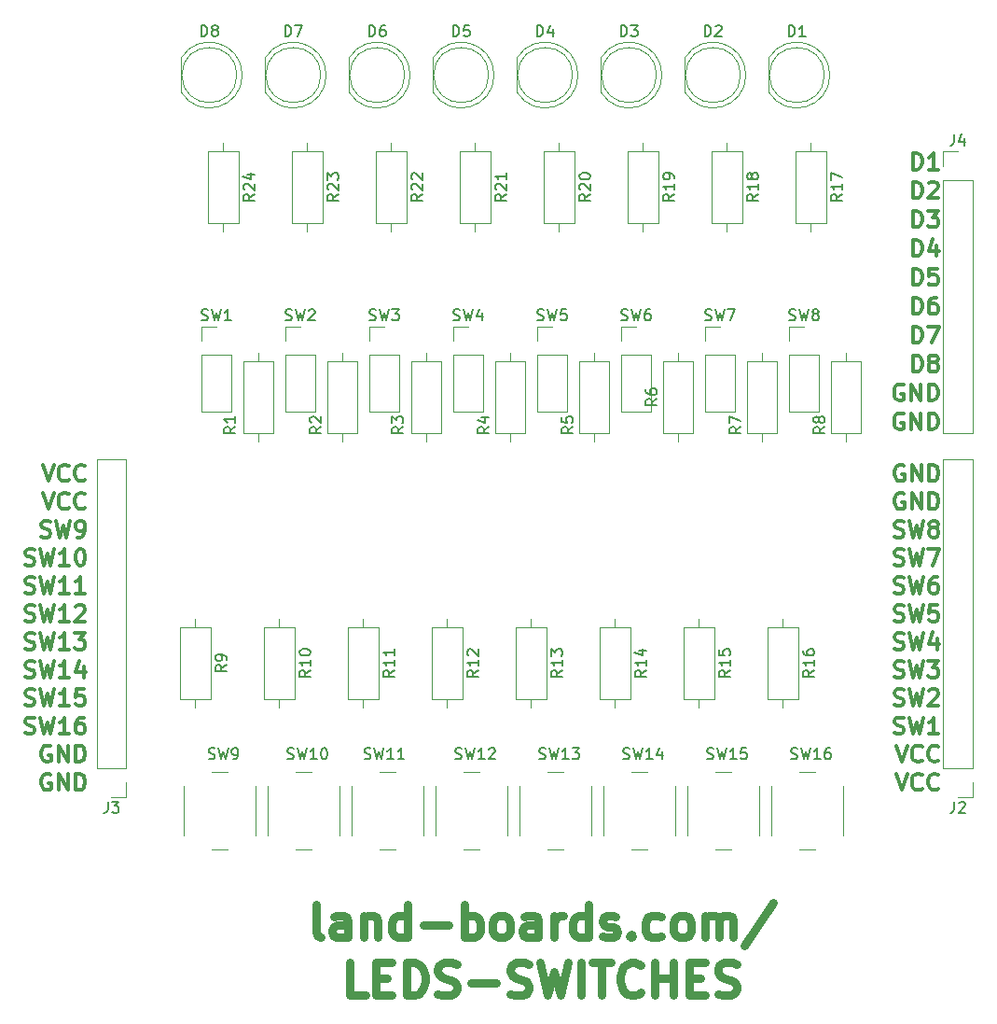
<source format=gbr>
G04 #@! TF.GenerationSoftware,KiCad,Pcbnew,(5.1.5)-3*
G04 #@! TF.CreationDate,2020-08-02T18:44:06-04:00*
G04 #@! TF.ProjectId,LEDS-SWITCHES,4c454453-2d53-4574-9954-434845532e6b,2*
G04 #@! TF.SameCoordinates,Original*
G04 #@! TF.FileFunction,Legend,Top*
G04 #@! TF.FilePolarity,Positive*
%FSLAX46Y46*%
G04 Gerber Fmt 4.6, Leading zero omitted, Abs format (unit mm)*
G04 Created by KiCad (PCBNEW (5.1.5)-3) date 2020-08-02 18:44:06*
%MOMM*%
%LPD*%
G04 APERTURE LIST*
%ADD10C,0.300000*%
%ADD11C,0.374650*%
%ADD12C,0.750000*%
%ADD13C,0.120000*%
%ADD14C,0.150000*%
G04 APERTURE END LIST*
D10*
X14081009Y-53110888D02*
X14580542Y-54609488D01*
X15080076Y-53110888D01*
X16435952Y-54466764D02*
X16364590Y-54538126D01*
X16150504Y-54609488D01*
X16007780Y-54609488D01*
X15793695Y-54538126D01*
X15650971Y-54395402D01*
X15579609Y-54252678D01*
X15508247Y-53967230D01*
X15508247Y-53753145D01*
X15579609Y-53467697D01*
X15650971Y-53324973D01*
X15793695Y-53182250D01*
X16007780Y-53110888D01*
X16150504Y-53110888D01*
X16364590Y-53182250D01*
X16435952Y-53253611D01*
X17934552Y-54466764D02*
X17863190Y-54538126D01*
X17649104Y-54609488D01*
X17506380Y-54609488D01*
X17292295Y-54538126D01*
X17149571Y-54395402D01*
X17078209Y-54252678D01*
X17006847Y-53967230D01*
X17006847Y-53753145D01*
X17078209Y-53467697D01*
X17149571Y-53324973D01*
X17292295Y-53182250D01*
X17506380Y-53110888D01*
X17649104Y-53110888D01*
X17863190Y-53182250D01*
X17934552Y-53253611D01*
X14081009Y-55658788D02*
X14580542Y-57157388D01*
X15080076Y-55658788D01*
X16435952Y-57014664D02*
X16364590Y-57086026D01*
X16150504Y-57157388D01*
X16007780Y-57157388D01*
X15793695Y-57086026D01*
X15650971Y-56943302D01*
X15579609Y-56800578D01*
X15508247Y-56515130D01*
X15508247Y-56301045D01*
X15579609Y-56015597D01*
X15650971Y-55872873D01*
X15793695Y-55730150D01*
X16007780Y-55658788D01*
X16150504Y-55658788D01*
X16364590Y-55730150D01*
X16435952Y-55801511D01*
X17934552Y-57014664D02*
X17863190Y-57086026D01*
X17649104Y-57157388D01*
X17506380Y-57157388D01*
X17292295Y-57086026D01*
X17149571Y-56943302D01*
X17078209Y-56800578D01*
X17006847Y-56515130D01*
X17006847Y-56301045D01*
X17078209Y-56015597D01*
X17149571Y-55872873D01*
X17292295Y-55730150D01*
X17506380Y-55658788D01*
X17649104Y-55658788D01*
X17863190Y-55730150D01*
X17934552Y-55801511D01*
X13938285Y-59633926D02*
X14152371Y-59705288D01*
X14509180Y-59705288D01*
X14651904Y-59633926D01*
X14723266Y-59562564D01*
X14794628Y-59419840D01*
X14794628Y-59277116D01*
X14723266Y-59134392D01*
X14651904Y-59063030D01*
X14509180Y-58991669D01*
X14223733Y-58920307D01*
X14081009Y-58848945D01*
X14009647Y-58777583D01*
X13938285Y-58634859D01*
X13938285Y-58492135D01*
X14009647Y-58349411D01*
X14081009Y-58278050D01*
X14223733Y-58206688D01*
X14580542Y-58206688D01*
X14794628Y-58278050D01*
X15294161Y-58206688D02*
X15650971Y-59705288D01*
X15936419Y-58634859D01*
X16221866Y-59705288D01*
X16578676Y-58206688D01*
X17220933Y-59705288D02*
X17506380Y-59705288D01*
X17649104Y-59633926D01*
X17720466Y-59562564D01*
X17863190Y-59348478D01*
X17934552Y-59063030D01*
X17934552Y-58492135D01*
X17863190Y-58349411D01*
X17791828Y-58278050D01*
X17649104Y-58206688D01*
X17363657Y-58206688D01*
X17220933Y-58278050D01*
X17149571Y-58349411D01*
X17078209Y-58492135D01*
X17078209Y-58848945D01*
X17149571Y-58991669D01*
X17220933Y-59063030D01*
X17363657Y-59134392D01*
X17649104Y-59134392D01*
X17791828Y-59063030D01*
X17863190Y-58991669D01*
X17934552Y-58848945D01*
X12511047Y-62181826D02*
X12725133Y-62253188D01*
X13081942Y-62253188D01*
X13224666Y-62181826D01*
X13296028Y-62110464D01*
X13367390Y-61967740D01*
X13367390Y-61825016D01*
X13296028Y-61682292D01*
X13224666Y-61610930D01*
X13081942Y-61539569D01*
X12796495Y-61468207D01*
X12653771Y-61396845D01*
X12582409Y-61325483D01*
X12511047Y-61182759D01*
X12511047Y-61040035D01*
X12582409Y-60897311D01*
X12653771Y-60825950D01*
X12796495Y-60754588D01*
X13153304Y-60754588D01*
X13367390Y-60825950D01*
X13866923Y-60754588D02*
X14223733Y-62253188D01*
X14509180Y-61182759D01*
X14794628Y-62253188D01*
X15151438Y-60754588D01*
X16507314Y-62253188D02*
X15650971Y-62253188D01*
X16079142Y-62253188D02*
X16079142Y-60754588D01*
X15936419Y-60968673D01*
X15793695Y-61111397D01*
X15650971Y-61182759D01*
X17435019Y-60754588D02*
X17577742Y-60754588D01*
X17720466Y-60825950D01*
X17791828Y-60897311D01*
X17863190Y-61040035D01*
X17934552Y-61325483D01*
X17934552Y-61682292D01*
X17863190Y-61967740D01*
X17791828Y-62110464D01*
X17720466Y-62181826D01*
X17577742Y-62253188D01*
X17435019Y-62253188D01*
X17292295Y-62181826D01*
X17220933Y-62110464D01*
X17149571Y-61967740D01*
X17078209Y-61682292D01*
X17078209Y-61325483D01*
X17149571Y-61040035D01*
X17220933Y-60897311D01*
X17292295Y-60825950D01*
X17435019Y-60754588D01*
X12511047Y-64729726D02*
X12725133Y-64801088D01*
X13081942Y-64801088D01*
X13224666Y-64729726D01*
X13296028Y-64658364D01*
X13367390Y-64515640D01*
X13367390Y-64372916D01*
X13296028Y-64230192D01*
X13224666Y-64158830D01*
X13081942Y-64087469D01*
X12796495Y-64016107D01*
X12653771Y-63944745D01*
X12582409Y-63873383D01*
X12511047Y-63730659D01*
X12511047Y-63587935D01*
X12582409Y-63445211D01*
X12653771Y-63373850D01*
X12796495Y-63302488D01*
X13153304Y-63302488D01*
X13367390Y-63373850D01*
X13866923Y-63302488D02*
X14223733Y-64801088D01*
X14509180Y-63730659D01*
X14794628Y-64801088D01*
X15151438Y-63302488D01*
X16507314Y-64801088D02*
X15650971Y-64801088D01*
X16079142Y-64801088D02*
X16079142Y-63302488D01*
X15936419Y-63516573D01*
X15793695Y-63659297D01*
X15650971Y-63730659D01*
X17934552Y-64801088D02*
X17078209Y-64801088D01*
X17506380Y-64801088D02*
X17506380Y-63302488D01*
X17363657Y-63516573D01*
X17220933Y-63659297D01*
X17078209Y-63730659D01*
X12511047Y-67277626D02*
X12725133Y-67348988D01*
X13081942Y-67348988D01*
X13224666Y-67277626D01*
X13296028Y-67206264D01*
X13367390Y-67063540D01*
X13367390Y-66920816D01*
X13296028Y-66778092D01*
X13224666Y-66706730D01*
X13081942Y-66635369D01*
X12796495Y-66564007D01*
X12653771Y-66492645D01*
X12582409Y-66421283D01*
X12511047Y-66278559D01*
X12511047Y-66135835D01*
X12582409Y-65993111D01*
X12653771Y-65921750D01*
X12796495Y-65850388D01*
X13153304Y-65850388D01*
X13367390Y-65921750D01*
X13866923Y-65850388D02*
X14223733Y-67348988D01*
X14509180Y-66278559D01*
X14794628Y-67348988D01*
X15151438Y-65850388D01*
X16507314Y-67348988D02*
X15650971Y-67348988D01*
X16079142Y-67348988D02*
X16079142Y-65850388D01*
X15936419Y-66064473D01*
X15793695Y-66207197D01*
X15650971Y-66278559D01*
X17078209Y-65993111D02*
X17149571Y-65921750D01*
X17292295Y-65850388D01*
X17649104Y-65850388D01*
X17791828Y-65921750D01*
X17863190Y-65993111D01*
X17934552Y-66135835D01*
X17934552Y-66278559D01*
X17863190Y-66492645D01*
X17006847Y-67348988D01*
X17934552Y-67348988D01*
X12511047Y-69825526D02*
X12725133Y-69896888D01*
X13081942Y-69896888D01*
X13224666Y-69825526D01*
X13296028Y-69754164D01*
X13367390Y-69611440D01*
X13367390Y-69468716D01*
X13296028Y-69325992D01*
X13224666Y-69254630D01*
X13081942Y-69183269D01*
X12796495Y-69111907D01*
X12653771Y-69040545D01*
X12582409Y-68969183D01*
X12511047Y-68826459D01*
X12511047Y-68683735D01*
X12582409Y-68541011D01*
X12653771Y-68469650D01*
X12796495Y-68398288D01*
X13153304Y-68398288D01*
X13367390Y-68469650D01*
X13866923Y-68398288D02*
X14223733Y-69896888D01*
X14509180Y-68826459D01*
X14794628Y-69896888D01*
X15151438Y-68398288D01*
X16507314Y-69896888D02*
X15650971Y-69896888D01*
X16079142Y-69896888D02*
X16079142Y-68398288D01*
X15936419Y-68612373D01*
X15793695Y-68755097D01*
X15650971Y-68826459D01*
X17006847Y-68398288D02*
X17934552Y-68398288D01*
X17435019Y-68969183D01*
X17649104Y-68969183D01*
X17791828Y-69040545D01*
X17863190Y-69111907D01*
X17934552Y-69254630D01*
X17934552Y-69611440D01*
X17863190Y-69754164D01*
X17791828Y-69825526D01*
X17649104Y-69896888D01*
X17220933Y-69896888D01*
X17078209Y-69825526D01*
X17006847Y-69754164D01*
X12511047Y-72373426D02*
X12725133Y-72444788D01*
X13081942Y-72444788D01*
X13224666Y-72373426D01*
X13296028Y-72302064D01*
X13367390Y-72159340D01*
X13367390Y-72016616D01*
X13296028Y-71873892D01*
X13224666Y-71802530D01*
X13081942Y-71731169D01*
X12796495Y-71659807D01*
X12653771Y-71588445D01*
X12582409Y-71517083D01*
X12511047Y-71374359D01*
X12511047Y-71231635D01*
X12582409Y-71088911D01*
X12653771Y-71017550D01*
X12796495Y-70946188D01*
X13153304Y-70946188D01*
X13367390Y-71017550D01*
X13866923Y-70946188D02*
X14223733Y-72444788D01*
X14509180Y-71374359D01*
X14794628Y-72444788D01*
X15151438Y-70946188D01*
X16507314Y-72444788D02*
X15650971Y-72444788D01*
X16079142Y-72444788D02*
X16079142Y-70946188D01*
X15936419Y-71160273D01*
X15793695Y-71302997D01*
X15650971Y-71374359D01*
X17791828Y-71445721D02*
X17791828Y-72444788D01*
X17435019Y-70874826D02*
X17078209Y-71945254D01*
X18005914Y-71945254D01*
X12511047Y-74921326D02*
X12725133Y-74992688D01*
X13081942Y-74992688D01*
X13224666Y-74921326D01*
X13296028Y-74849964D01*
X13367390Y-74707240D01*
X13367390Y-74564516D01*
X13296028Y-74421792D01*
X13224666Y-74350430D01*
X13081942Y-74279069D01*
X12796495Y-74207707D01*
X12653771Y-74136345D01*
X12582409Y-74064983D01*
X12511047Y-73922259D01*
X12511047Y-73779535D01*
X12582409Y-73636811D01*
X12653771Y-73565450D01*
X12796495Y-73494088D01*
X13153304Y-73494088D01*
X13367390Y-73565450D01*
X13866923Y-73494088D02*
X14223733Y-74992688D01*
X14509180Y-73922259D01*
X14794628Y-74992688D01*
X15151438Y-73494088D01*
X16507314Y-74992688D02*
X15650971Y-74992688D01*
X16079142Y-74992688D02*
X16079142Y-73494088D01*
X15936419Y-73708173D01*
X15793695Y-73850897D01*
X15650971Y-73922259D01*
X17863190Y-73494088D02*
X17149571Y-73494088D01*
X17078209Y-74207707D01*
X17149571Y-74136345D01*
X17292295Y-74064983D01*
X17649104Y-74064983D01*
X17791828Y-74136345D01*
X17863190Y-74207707D01*
X17934552Y-74350430D01*
X17934552Y-74707240D01*
X17863190Y-74849964D01*
X17791828Y-74921326D01*
X17649104Y-74992688D01*
X17292295Y-74992688D01*
X17149571Y-74921326D01*
X17078209Y-74849964D01*
X12511047Y-77469226D02*
X12725133Y-77540588D01*
X13081942Y-77540588D01*
X13224666Y-77469226D01*
X13296028Y-77397864D01*
X13367390Y-77255140D01*
X13367390Y-77112416D01*
X13296028Y-76969692D01*
X13224666Y-76898330D01*
X13081942Y-76826969D01*
X12796495Y-76755607D01*
X12653771Y-76684245D01*
X12582409Y-76612883D01*
X12511047Y-76470159D01*
X12511047Y-76327435D01*
X12582409Y-76184711D01*
X12653771Y-76113350D01*
X12796495Y-76041988D01*
X13153304Y-76041988D01*
X13367390Y-76113350D01*
X13866923Y-76041988D02*
X14223733Y-77540588D01*
X14509180Y-76470159D01*
X14794628Y-77540588D01*
X15151438Y-76041988D01*
X16507314Y-77540588D02*
X15650971Y-77540588D01*
X16079142Y-77540588D02*
X16079142Y-76041988D01*
X15936419Y-76256073D01*
X15793695Y-76398797D01*
X15650971Y-76470159D01*
X17791828Y-76041988D02*
X17506380Y-76041988D01*
X17363657Y-76113350D01*
X17292295Y-76184711D01*
X17149571Y-76398797D01*
X17078209Y-76684245D01*
X17078209Y-77255140D01*
X17149571Y-77397864D01*
X17220933Y-77469226D01*
X17363657Y-77540588D01*
X17649104Y-77540588D01*
X17791828Y-77469226D01*
X17863190Y-77397864D01*
X17934552Y-77255140D01*
X17934552Y-76898330D01*
X17863190Y-76755607D01*
X17791828Y-76684245D01*
X17649104Y-76612883D01*
X17363657Y-76612883D01*
X17220933Y-76684245D01*
X17149571Y-76755607D01*
X17078209Y-76898330D01*
X14794628Y-78661250D02*
X14651904Y-78589888D01*
X14437819Y-78589888D01*
X14223733Y-78661250D01*
X14081009Y-78803973D01*
X14009647Y-78946697D01*
X13938285Y-79232145D01*
X13938285Y-79446230D01*
X14009647Y-79731678D01*
X14081009Y-79874402D01*
X14223733Y-80017126D01*
X14437819Y-80088488D01*
X14580542Y-80088488D01*
X14794628Y-80017126D01*
X14865990Y-79945764D01*
X14865990Y-79446230D01*
X14580542Y-79446230D01*
X15508247Y-80088488D02*
X15508247Y-78589888D01*
X16364590Y-80088488D01*
X16364590Y-78589888D01*
X17078209Y-80088488D02*
X17078209Y-78589888D01*
X17435019Y-78589888D01*
X17649104Y-78661250D01*
X17791828Y-78803973D01*
X17863190Y-78946697D01*
X17934552Y-79232145D01*
X17934552Y-79446230D01*
X17863190Y-79731678D01*
X17791828Y-79874402D01*
X17649104Y-80017126D01*
X17435019Y-80088488D01*
X17078209Y-80088488D01*
X14794628Y-81209150D02*
X14651904Y-81137788D01*
X14437819Y-81137788D01*
X14223733Y-81209150D01*
X14081009Y-81351873D01*
X14009647Y-81494597D01*
X13938285Y-81780045D01*
X13938285Y-81994130D01*
X14009647Y-82279578D01*
X14081009Y-82422302D01*
X14223733Y-82565026D01*
X14437819Y-82636388D01*
X14580542Y-82636388D01*
X14794628Y-82565026D01*
X14865990Y-82493664D01*
X14865990Y-81994130D01*
X14580542Y-81994130D01*
X15508247Y-82636388D02*
X15508247Y-81137788D01*
X16364590Y-82636388D01*
X16364590Y-81137788D01*
X17078209Y-82636388D02*
X17078209Y-81137788D01*
X17435019Y-81137788D01*
X17649104Y-81209150D01*
X17791828Y-81351873D01*
X17863190Y-81494597D01*
X17934552Y-81780045D01*
X17934552Y-81994130D01*
X17863190Y-82279578D01*
X17791828Y-82422302D01*
X17649104Y-82565026D01*
X17435019Y-82636388D01*
X17078209Y-82636388D01*
X92264628Y-53182250D02*
X92121904Y-53110888D01*
X91907819Y-53110888D01*
X91693733Y-53182250D01*
X91551009Y-53324973D01*
X91479647Y-53467697D01*
X91408285Y-53753145D01*
X91408285Y-53967230D01*
X91479647Y-54252678D01*
X91551009Y-54395402D01*
X91693733Y-54538126D01*
X91907819Y-54609488D01*
X92050542Y-54609488D01*
X92264628Y-54538126D01*
X92335990Y-54466764D01*
X92335990Y-53967230D01*
X92050542Y-53967230D01*
X92978247Y-54609488D02*
X92978247Y-53110888D01*
X93834590Y-54609488D01*
X93834590Y-53110888D01*
X94548209Y-54609488D02*
X94548209Y-53110888D01*
X94905019Y-53110888D01*
X95119104Y-53182250D01*
X95261828Y-53324973D01*
X95333190Y-53467697D01*
X95404552Y-53753145D01*
X95404552Y-53967230D01*
X95333190Y-54252678D01*
X95261828Y-54395402D01*
X95119104Y-54538126D01*
X94905019Y-54609488D01*
X94548209Y-54609488D01*
X92264628Y-55730150D02*
X92121904Y-55658788D01*
X91907819Y-55658788D01*
X91693733Y-55730150D01*
X91551009Y-55872873D01*
X91479647Y-56015597D01*
X91408285Y-56301045D01*
X91408285Y-56515130D01*
X91479647Y-56800578D01*
X91551009Y-56943302D01*
X91693733Y-57086026D01*
X91907819Y-57157388D01*
X92050542Y-57157388D01*
X92264628Y-57086026D01*
X92335990Y-57014664D01*
X92335990Y-56515130D01*
X92050542Y-56515130D01*
X92978247Y-57157388D02*
X92978247Y-55658788D01*
X93834590Y-57157388D01*
X93834590Y-55658788D01*
X94548209Y-57157388D02*
X94548209Y-55658788D01*
X94905019Y-55658788D01*
X95119104Y-55730150D01*
X95261828Y-55872873D01*
X95333190Y-56015597D01*
X95404552Y-56301045D01*
X95404552Y-56515130D01*
X95333190Y-56800578D01*
X95261828Y-56943302D01*
X95119104Y-57086026D01*
X94905019Y-57157388D01*
X94548209Y-57157388D01*
X91408285Y-59633926D02*
X91622371Y-59705288D01*
X91979180Y-59705288D01*
X92121904Y-59633926D01*
X92193266Y-59562564D01*
X92264628Y-59419840D01*
X92264628Y-59277116D01*
X92193266Y-59134392D01*
X92121904Y-59063030D01*
X91979180Y-58991669D01*
X91693733Y-58920307D01*
X91551009Y-58848945D01*
X91479647Y-58777583D01*
X91408285Y-58634859D01*
X91408285Y-58492135D01*
X91479647Y-58349411D01*
X91551009Y-58278050D01*
X91693733Y-58206688D01*
X92050542Y-58206688D01*
X92264628Y-58278050D01*
X92764161Y-58206688D02*
X93120971Y-59705288D01*
X93406419Y-58634859D01*
X93691866Y-59705288D01*
X94048676Y-58206688D01*
X94833657Y-58848945D02*
X94690933Y-58777583D01*
X94619571Y-58706221D01*
X94548209Y-58563497D01*
X94548209Y-58492135D01*
X94619571Y-58349411D01*
X94690933Y-58278050D01*
X94833657Y-58206688D01*
X95119104Y-58206688D01*
X95261828Y-58278050D01*
X95333190Y-58349411D01*
X95404552Y-58492135D01*
X95404552Y-58563497D01*
X95333190Y-58706221D01*
X95261828Y-58777583D01*
X95119104Y-58848945D01*
X94833657Y-58848945D01*
X94690933Y-58920307D01*
X94619571Y-58991669D01*
X94548209Y-59134392D01*
X94548209Y-59419840D01*
X94619571Y-59562564D01*
X94690933Y-59633926D01*
X94833657Y-59705288D01*
X95119104Y-59705288D01*
X95261828Y-59633926D01*
X95333190Y-59562564D01*
X95404552Y-59419840D01*
X95404552Y-59134392D01*
X95333190Y-58991669D01*
X95261828Y-58920307D01*
X95119104Y-58848945D01*
X91408285Y-62181826D02*
X91622371Y-62253188D01*
X91979180Y-62253188D01*
X92121904Y-62181826D01*
X92193266Y-62110464D01*
X92264628Y-61967740D01*
X92264628Y-61825016D01*
X92193266Y-61682292D01*
X92121904Y-61610930D01*
X91979180Y-61539569D01*
X91693733Y-61468207D01*
X91551009Y-61396845D01*
X91479647Y-61325483D01*
X91408285Y-61182759D01*
X91408285Y-61040035D01*
X91479647Y-60897311D01*
X91551009Y-60825950D01*
X91693733Y-60754588D01*
X92050542Y-60754588D01*
X92264628Y-60825950D01*
X92764161Y-60754588D02*
X93120971Y-62253188D01*
X93406419Y-61182759D01*
X93691866Y-62253188D01*
X94048676Y-60754588D01*
X94476847Y-60754588D02*
X95475914Y-60754588D01*
X94833657Y-62253188D01*
X91408285Y-64729726D02*
X91622371Y-64801088D01*
X91979180Y-64801088D01*
X92121904Y-64729726D01*
X92193266Y-64658364D01*
X92264628Y-64515640D01*
X92264628Y-64372916D01*
X92193266Y-64230192D01*
X92121904Y-64158830D01*
X91979180Y-64087469D01*
X91693733Y-64016107D01*
X91551009Y-63944745D01*
X91479647Y-63873383D01*
X91408285Y-63730659D01*
X91408285Y-63587935D01*
X91479647Y-63445211D01*
X91551009Y-63373850D01*
X91693733Y-63302488D01*
X92050542Y-63302488D01*
X92264628Y-63373850D01*
X92764161Y-63302488D02*
X93120971Y-64801088D01*
X93406419Y-63730659D01*
X93691866Y-64801088D01*
X94048676Y-63302488D01*
X95261828Y-63302488D02*
X94976380Y-63302488D01*
X94833657Y-63373850D01*
X94762295Y-63445211D01*
X94619571Y-63659297D01*
X94548209Y-63944745D01*
X94548209Y-64515640D01*
X94619571Y-64658364D01*
X94690933Y-64729726D01*
X94833657Y-64801088D01*
X95119104Y-64801088D01*
X95261828Y-64729726D01*
X95333190Y-64658364D01*
X95404552Y-64515640D01*
X95404552Y-64158830D01*
X95333190Y-64016107D01*
X95261828Y-63944745D01*
X95119104Y-63873383D01*
X94833657Y-63873383D01*
X94690933Y-63944745D01*
X94619571Y-64016107D01*
X94548209Y-64158830D01*
X91408285Y-67277626D02*
X91622371Y-67348988D01*
X91979180Y-67348988D01*
X92121904Y-67277626D01*
X92193266Y-67206264D01*
X92264628Y-67063540D01*
X92264628Y-66920816D01*
X92193266Y-66778092D01*
X92121904Y-66706730D01*
X91979180Y-66635369D01*
X91693733Y-66564007D01*
X91551009Y-66492645D01*
X91479647Y-66421283D01*
X91408285Y-66278559D01*
X91408285Y-66135835D01*
X91479647Y-65993111D01*
X91551009Y-65921750D01*
X91693733Y-65850388D01*
X92050542Y-65850388D01*
X92264628Y-65921750D01*
X92764161Y-65850388D02*
X93120971Y-67348988D01*
X93406419Y-66278559D01*
X93691866Y-67348988D01*
X94048676Y-65850388D01*
X95333190Y-65850388D02*
X94619571Y-65850388D01*
X94548209Y-66564007D01*
X94619571Y-66492645D01*
X94762295Y-66421283D01*
X95119104Y-66421283D01*
X95261828Y-66492645D01*
X95333190Y-66564007D01*
X95404552Y-66706730D01*
X95404552Y-67063540D01*
X95333190Y-67206264D01*
X95261828Y-67277626D01*
X95119104Y-67348988D01*
X94762295Y-67348988D01*
X94619571Y-67277626D01*
X94548209Y-67206264D01*
X91408285Y-69825526D02*
X91622371Y-69896888D01*
X91979180Y-69896888D01*
X92121904Y-69825526D01*
X92193266Y-69754164D01*
X92264628Y-69611440D01*
X92264628Y-69468716D01*
X92193266Y-69325992D01*
X92121904Y-69254630D01*
X91979180Y-69183269D01*
X91693733Y-69111907D01*
X91551009Y-69040545D01*
X91479647Y-68969183D01*
X91408285Y-68826459D01*
X91408285Y-68683735D01*
X91479647Y-68541011D01*
X91551009Y-68469650D01*
X91693733Y-68398288D01*
X92050542Y-68398288D01*
X92264628Y-68469650D01*
X92764161Y-68398288D02*
X93120971Y-69896888D01*
X93406419Y-68826459D01*
X93691866Y-69896888D01*
X94048676Y-68398288D01*
X95261828Y-68897821D02*
X95261828Y-69896888D01*
X94905019Y-68326926D02*
X94548209Y-69397354D01*
X95475914Y-69397354D01*
X91408285Y-72373426D02*
X91622371Y-72444788D01*
X91979180Y-72444788D01*
X92121904Y-72373426D01*
X92193266Y-72302064D01*
X92264628Y-72159340D01*
X92264628Y-72016616D01*
X92193266Y-71873892D01*
X92121904Y-71802530D01*
X91979180Y-71731169D01*
X91693733Y-71659807D01*
X91551009Y-71588445D01*
X91479647Y-71517083D01*
X91408285Y-71374359D01*
X91408285Y-71231635D01*
X91479647Y-71088911D01*
X91551009Y-71017550D01*
X91693733Y-70946188D01*
X92050542Y-70946188D01*
X92264628Y-71017550D01*
X92764161Y-70946188D02*
X93120971Y-72444788D01*
X93406419Y-71374359D01*
X93691866Y-72444788D01*
X94048676Y-70946188D01*
X94476847Y-70946188D02*
X95404552Y-70946188D01*
X94905019Y-71517083D01*
X95119104Y-71517083D01*
X95261828Y-71588445D01*
X95333190Y-71659807D01*
X95404552Y-71802530D01*
X95404552Y-72159340D01*
X95333190Y-72302064D01*
X95261828Y-72373426D01*
X95119104Y-72444788D01*
X94690933Y-72444788D01*
X94548209Y-72373426D01*
X94476847Y-72302064D01*
X91408285Y-74921326D02*
X91622371Y-74992688D01*
X91979180Y-74992688D01*
X92121904Y-74921326D01*
X92193266Y-74849964D01*
X92264628Y-74707240D01*
X92264628Y-74564516D01*
X92193266Y-74421792D01*
X92121904Y-74350430D01*
X91979180Y-74279069D01*
X91693733Y-74207707D01*
X91551009Y-74136345D01*
X91479647Y-74064983D01*
X91408285Y-73922259D01*
X91408285Y-73779535D01*
X91479647Y-73636811D01*
X91551009Y-73565450D01*
X91693733Y-73494088D01*
X92050542Y-73494088D01*
X92264628Y-73565450D01*
X92764161Y-73494088D02*
X93120971Y-74992688D01*
X93406419Y-73922259D01*
X93691866Y-74992688D01*
X94048676Y-73494088D01*
X94548209Y-73636811D02*
X94619571Y-73565450D01*
X94762295Y-73494088D01*
X95119104Y-73494088D01*
X95261828Y-73565450D01*
X95333190Y-73636811D01*
X95404552Y-73779535D01*
X95404552Y-73922259D01*
X95333190Y-74136345D01*
X94476847Y-74992688D01*
X95404552Y-74992688D01*
X91408285Y-77469226D02*
X91622371Y-77540588D01*
X91979180Y-77540588D01*
X92121904Y-77469226D01*
X92193266Y-77397864D01*
X92264628Y-77255140D01*
X92264628Y-77112416D01*
X92193266Y-76969692D01*
X92121904Y-76898330D01*
X91979180Y-76826969D01*
X91693733Y-76755607D01*
X91551009Y-76684245D01*
X91479647Y-76612883D01*
X91408285Y-76470159D01*
X91408285Y-76327435D01*
X91479647Y-76184711D01*
X91551009Y-76113350D01*
X91693733Y-76041988D01*
X92050542Y-76041988D01*
X92264628Y-76113350D01*
X92764161Y-76041988D02*
X93120971Y-77540588D01*
X93406419Y-76470159D01*
X93691866Y-77540588D01*
X94048676Y-76041988D01*
X95404552Y-77540588D02*
X94548209Y-77540588D01*
X94976380Y-77540588D02*
X94976380Y-76041988D01*
X94833657Y-76256073D01*
X94690933Y-76398797D01*
X94548209Y-76470159D01*
X91551009Y-78589888D02*
X92050542Y-80088488D01*
X92550076Y-78589888D01*
X93905952Y-79945764D02*
X93834590Y-80017126D01*
X93620504Y-80088488D01*
X93477780Y-80088488D01*
X93263695Y-80017126D01*
X93120971Y-79874402D01*
X93049609Y-79731678D01*
X92978247Y-79446230D01*
X92978247Y-79232145D01*
X93049609Y-78946697D01*
X93120971Y-78803973D01*
X93263695Y-78661250D01*
X93477780Y-78589888D01*
X93620504Y-78589888D01*
X93834590Y-78661250D01*
X93905952Y-78732611D01*
X95404552Y-79945764D02*
X95333190Y-80017126D01*
X95119104Y-80088488D01*
X94976380Y-80088488D01*
X94762295Y-80017126D01*
X94619571Y-79874402D01*
X94548209Y-79731678D01*
X94476847Y-79446230D01*
X94476847Y-79232145D01*
X94548209Y-78946697D01*
X94619571Y-78803973D01*
X94762295Y-78661250D01*
X94976380Y-78589888D01*
X95119104Y-78589888D01*
X95333190Y-78661250D01*
X95404552Y-78732611D01*
X91551009Y-81137788D02*
X92050542Y-82636388D01*
X92550076Y-81137788D01*
X93905952Y-82493664D02*
X93834590Y-82565026D01*
X93620504Y-82636388D01*
X93477780Y-82636388D01*
X93263695Y-82565026D01*
X93120971Y-82422302D01*
X93049609Y-82279578D01*
X92978247Y-81994130D01*
X92978247Y-81780045D01*
X93049609Y-81494597D01*
X93120971Y-81351873D01*
X93263695Y-81209150D01*
X93477780Y-81137788D01*
X93620504Y-81137788D01*
X93834590Y-81209150D01*
X93905952Y-81280511D01*
X95404552Y-82493664D02*
X95333190Y-82565026D01*
X95119104Y-82636388D01*
X94976380Y-82636388D01*
X94762295Y-82565026D01*
X94619571Y-82422302D01*
X94548209Y-82279578D01*
X94476847Y-81994130D01*
X94476847Y-81780045D01*
X94548209Y-81494597D01*
X94619571Y-81351873D01*
X94762295Y-81209150D01*
X94976380Y-81137788D01*
X95119104Y-81137788D01*
X95333190Y-81209150D01*
X95404552Y-81280511D01*
D11*
X93072448Y-26341463D02*
X93072448Y-24842863D01*
X93429258Y-24842863D01*
X93643344Y-24914225D01*
X93786067Y-25056948D01*
X93857429Y-25199672D01*
X93928791Y-25485120D01*
X93928791Y-25699205D01*
X93857429Y-25984653D01*
X93786067Y-26127377D01*
X93643344Y-26270101D01*
X93429258Y-26341463D01*
X93072448Y-26341463D01*
X95356029Y-26341463D02*
X94499687Y-26341463D01*
X94927858Y-26341463D02*
X94927858Y-24842863D01*
X94785134Y-25056948D01*
X94642410Y-25199672D01*
X94499687Y-25271034D01*
X93072448Y-28964013D02*
X93072448Y-27465413D01*
X93429258Y-27465413D01*
X93643344Y-27536775D01*
X93786067Y-27679498D01*
X93857429Y-27822222D01*
X93928791Y-28107670D01*
X93928791Y-28321755D01*
X93857429Y-28607203D01*
X93786067Y-28749927D01*
X93643344Y-28892651D01*
X93429258Y-28964013D01*
X93072448Y-28964013D01*
X94499687Y-27608136D02*
X94571048Y-27536775D01*
X94713772Y-27465413D01*
X95070582Y-27465413D01*
X95213306Y-27536775D01*
X95284667Y-27608136D01*
X95356029Y-27750860D01*
X95356029Y-27893584D01*
X95284667Y-28107670D01*
X94428325Y-28964013D01*
X95356029Y-28964013D01*
X93072448Y-31586563D02*
X93072448Y-30087963D01*
X93429258Y-30087963D01*
X93643344Y-30159325D01*
X93786067Y-30302048D01*
X93857429Y-30444772D01*
X93928791Y-30730220D01*
X93928791Y-30944305D01*
X93857429Y-31229753D01*
X93786067Y-31372477D01*
X93643344Y-31515201D01*
X93429258Y-31586563D01*
X93072448Y-31586563D01*
X94428325Y-30087963D02*
X95356029Y-30087963D01*
X94856496Y-30658858D01*
X95070582Y-30658858D01*
X95213306Y-30730220D01*
X95284667Y-30801582D01*
X95356029Y-30944305D01*
X95356029Y-31301115D01*
X95284667Y-31443839D01*
X95213306Y-31515201D01*
X95070582Y-31586563D01*
X94642410Y-31586563D01*
X94499687Y-31515201D01*
X94428325Y-31443839D01*
X93072448Y-34209113D02*
X93072448Y-32710513D01*
X93429258Y-32710513D01*
X93643344Y-32781875D01*
X93786067Y-32924598D01*
X93857429Y-33067322D01*
X93928791Y-33352770D01*
X93928791Y-33566855D01*
X93857429Y-33852303D01*
X93786067Y-33995027D01*
X93643344Y-34137751D01*
X93429258Y-34209113D01*
X93072448Y-34209113D01*
X95213306Y-33210046D02*
X95213306Y-34209113D01*
X94856496Y-32639151D02*
X94499687Y-33709579D01*
X95427391Y-33709579D01*
X93072448Y-36831663D02*
X93072448Y-35333063D01*
X93429258Y-35333063D01*
X93643344Y-35404425D01*
X93786067Y-35547148D01*
X93857429Y-35689872D01*
X93928791Y-35975320D01*
X93928791Y-36189405D01*
X93857429Y-36474853D01*
X93786067Y-36617577D01*
X93643344Y-36760301D01*
X93429258Y-36831663D01*
X93072448Y-36831663D01*
X95284667Y-35333063D02*
X94571048Y-35333063D01*
X94499687Y-36046682D01*
X94571048Y-35975320D01*
X94713772Y-35903958D01*
X95070582Y-35903958D01*
X95213306Y-35975320D01*
X95284667Y-36046682D01*
X95356029Y-36189405D01*
X95356029Y-36546215D01*
X95284667Y-36688939D01*
X95213306Y-36760301D01*
X95070582Y-36831663D01*
X94713772Y-36831663D01*
X94571048Y-36760301D01*
X94499687Y-36688939D01*
X93072448Y-39454213D02*
X93072448Y-37955613D01*
X93429258Y-37955613D01*
X93643344Y-38026975D01*
X93786067Y-38169698D01*
X93857429Y-38312422D01*
X93928791Y-38597870D01*
X93928791Y-38811955D01*
X93857429Y-39097403D01*
X93786067Y-39240127D01*
X93643344Y-39382851D01*
X93429258Y-39454213D01*
X93072448Y-39454213D01*
X95213306Y-37955613D02*
X94927858Y-37955613D01*
X94785134Y-38026975D01*
X94713772Y-38098336D01*
X94571048Y-38312422D01*
X94499687Y-38597870D01*
X94499687Y-39168765D01*
X94571048Y-39311489D01*
X94642410Y-39382851D01*
X94785134Y-39454213D01*
X95070582Y-39454213D01*
X95213306Y-39382851D01*
X95284667Y-39311489D01*
X95356029Y-39168765D01*
X95356029Y-38811955D01*
X95284667Y-38669232D01*
X95213306Y-38597870D01*
X95070582Y-38526508D01*
X94785134Y-38526508D01*
X94642410Y-38597870D01*
X94571048Y-38669232D01*
X94499687Y-38811955D01*
X93072448Y-42076763D02*
X93072448Y-40578163D01*
X93429258Y-40578163D01*
X93643344Y-40649525D01*
X93786067Y-40792248D01*
X93857429Y-40934972D01*
X93928791Y-41220420D01*
X93928791Y-41434505D01*
X93857429Y-41719953D01*
X93786067Y-41862677D01*
X93643344Y-42005401D01*
X93429258Y-42076763D01*
X93072448Y-42076763D01*
X94428325Y-40578163D02*
X95427391Y-40578163D01*
X94785134Y-42076763D01*
X93072448Y-44699313D02*
X93072448Y-43200713D01*
X93429258Y-43200713D01*
X93643344Y-43272075D01*
X93786067Y-43414798D01*
X93857429Y-43557522D01*
X93928791Y-43842970D01*
X93928791Y-44057055D01*
X93857429Y-44342503D01*
X93786067Y-44485227D01*
X93643344Y-44627951D01*
X93429258Y-44699313D01*
X93072448Y-44699313D01*
X94785134Y-43842970D02*
X94642410Y-43771608D01*
X94571048Y-43700246D01*
X94499687Y-43557522D01*
X94499687Y-43486160D01*
X94571048Y-43343436D01*
X94642410Y-43272075D01*
X94785134Y-43200713D01*
X95070582Y-43200713D01*
X95213306Y-43272075D01*
X95284667Y-43343436D01*
X95356029Y-43486160D01*
X95356029Y-43557522D01*
X95284667Y-43700246D01*
X95213306Y-43771608D01*
X95070582Y-43842970D01*
X94785134Y-43842970D01*
X94642410Y-43914332D01*
X94571048Y-43985694D01*
X94499687Y-44128417D01*
X94499687Y-44413865D01*
X94571048Y-44556589D01*
X94642410Y-44627951D01*
X94785134Y-44699313D01*
X95070582Y-44699313D01*
X95213306Y-44627951D01*
X95284667Y-44556589D01*
X95356029Y-44413865D01*
X95356029Y-44128417D01*
X95284667Y-43985694D01*
X95213306Y-43914332D01*
X95070582Y-43842970D01*
X92216106Y-45894625D02*
X92073382Y-45823263D01*
X91859296Y-45823263D01*
X91645210Y-45894625D01*
X91502487Y-46037348D01*
X91431125Y-46180072D01*
X91359763Y-46465520D01*
X91359763Y-46679605D01*
X91431125Y-46965053D01*
X91502487Y-47107777D01*
X91645210Y-47250501D01*
X91859296Y-47321863D01*
X92002020Y-47321863D01*
X92216106Y-47250501D01*
X92287467Y-47179139D01*
X92287467Y-46679605D01*
X92002020Y-46679605D01*
X92929725Y-47321863D02*
X92929725Y-45823263D01*
X93786067Y-47321863D01*
X93786067Y-45823263D01*
X94499687Y-47321863D02*
X94499687Y-45823263D01*
X94856496Y-45823263D01*
X95070582Y-45894625D01*
X95213306Y-46037348D01*
X95284667Y-46180072D01*
X95356029Y-46465520D01*
X95356029Y-46679605D01*
X95284667Y-46965053D01*
X95213306Y-47107777D01*
X95070582Y-47250501D01*
X94856496Y-47321863D01*
X94499687Y-47321863D01*
X92216106Y-48517175D02*
X92073382Y-48445813D01*
X91859296Y-48445813D01*
X91645210Y-48517175D01*
X91502487Y-48659898D01*
X91431125Y-48802622D01*
X91359763Y-49088070D01*
X91359763Y-49302155D01*
X91431125Y-49587603D01*
X91502487Y-49730327D01*
X91645210Y-49873051D01*
X91859296Y-49944413D01*
X92002020Y-49944413D01*
X92216106Y-49873051D01*
X92287467Y-49801689D01*
X92287467Y-49302155D01*
X92002020Y-49302155D01*
X92929725Y-49944413D02*
X92929725Y-48445813D01*
X93786067Y-49944413D01*
X93786067Y-48445813D01*
X94499687Y-49944413D02*
X94499687Y-48445813D01*
X94856496Y-48445813D01*
X95070582Y-48517175D01*
X95213306Y-48659898D01*
X95284667Y-48802622D01*
X95356029Y-49088070D01*
X95356029Y-49302155D01*
X95284667Y-49587603D01*
X95213306Y-49730327D01*
X95070582Y-49873051D01*
X94856496Y-49944413D01*
X94499687Y-49944413D01*
D12*
X39364578Y-96014143D02*
X39078863Y-95871286D01*
X38936006Y-95585572D01*
X38936006Y-93014144D01*
X41793148Y-96014143D02*
X41793148Y-94442715D01*
X41650291Y-94157001D01*
X41364577Y-94014144D01*
X40793149Y-94014144D01*
X40507434Y-94157001D01*
X41793148Y-95871286D02*
X41507434Y-96014143D01*
X40793149Y-96014143D01*
X40507434Y-95871286D01*
X40364577Y-95585572D01*
X40364577Y-95299857D01*
X40507434Y-95014143D01*
X40793149Y-94871286D01*
X41507434Y-94871286D01*
X41793148Y-94728429D01*
X43221719Y-94014144D02*
X43221719Y-96014143D01*
X43221719Y-94299858D02*
X43364576Y-94157001D01*
X43650290Y-94014144D01*
X44078862Y-94014144D01*
X44364576Y-94157001D01*
X44507433Y-94442715D01*
X44507433Y-96014143D01*
X47221718Y-96014143D02*
X47221718Y-93014144D01*
X47221718Y-95871286D02*
X46936004Y-96014143D01*
X46364575Y-96014143D01*
X46078861Y-95871286D01*
X45936004Y-95728429D01*
X45793147Y-95442715D01*
X45793147Y-94585572D01*
X45936004Y-94299858D01*
X46078861Y-94157001D01*
X46364575Y-94014144D01*
X46936004Y-94014144D01*
X47221718Y-94157001D01*
X48650289Y-94871286D02*
X50936002Y-94871286D01*
X52364573Y-96014143D02*
X52364573Y-93014144D01*
X52364573Y-94157001D02*
X52650287Y-94014144D01*
X53221716Y-94014144D01*
X53507430Y-94157001D01*
X53650287Y-94299858D01*
X53793144Y-94585572D01*
X53793144Y-95442715D01*
X53650287Y-95728429D01*
X53507430Y-95871286D01*
X53221716Y-96014143D01*
X52650287Y-96014143D01*
X52364573Y-95871286D01*
X55507429Y-96014143D02*
X55221715Y-95871286D01*
X55078858Y-95728429D01*
X54936001Y-95442715D01*
X54936001Y-94585572D01*
X55078858Y-94299858D01*
X55221715Y-94157001D01*
X55507429Y-94014144D01*
X55936001Y-94014144D01*
X56221715Y-94157001D01*
X56364572Y-94299858D01*
X56507429Y-94585572D01*
X56507429Y-95442715D01*
X56364572Y-95728429D01*
X56221715Y-95871286D01*
X55936001Y-96014143D01*
X55507429Y-96014143D01*
X59078857Y-96014143D02*
X59078857Y-94442715D01*
X58936000Y-94157001D01*
X58650285Y-94014144D01*
X58078857Y-94014144D01*
X57793143Y-94157001D01*
X59078857Y-95871286D02*
X58793143Y-96014143D01*
X58078857Y-96014143D01*
X57793143Y-95871286D01*
X57650286Y-95585572D01*
X57650286Y-95299857D01*
X57793143Y-95014143D01*
X58078857Y-94871286D01*
X58793143Y-94871286D01*
X59078857Y-94728429D01*
X60507428Y-96014143D02*
X60507428Y-94014144D01*
X60507428Y-94585572D02*
X60650285Y-94299858D01*
X60793142Y-94157001D01*
X61078856Y-94014144D01*
X61364570Y-94014144D01*
X63650284Y-96014143D02*
X63650284Y-93014144D01*
X63650284Y-95871286D02*
X63364570Y-96014143D01*
X62793141Y-96014143D01*
X62507427Y-95871286D01*
X62364570Y-95728429D01*
X62221713Y-95442715D01*
X62221713Y-94585572D01*
X62364570Y-94299858D01*
X62507427Y-94157001D01*
X62793141Y-94014144D01*
X63364570Y-94014144D01*
X63650284Y-94157001D01*
X64935998Y-95871286D02*
X65221712Y-96014143D01*
X65793140Y-96014143D01*
X66078854Y-95871286D01*
X66221712Y-95585572D01*
X66221712Y-95442715D01*
X66078854Y-95157000D01*
X65793140Y-95014143D01*
X65364569Y-95014143D01*
X65078855Y-94871286D01*
X64935998Y-94585572D01*
X64935998Y-94442715D01*
X65078855Y-94157001D01*
X65364569Y-94014144D01*
X65793140Y-94014144D01*
X66078854Y-94157001D01*
X67507425Y-95728429D02*
X67650282Y-95871286D01*
X67507425Y-96014143D01*
X67364568Y-95871286D01*
X67507425Y-95728429D01*
X67507425Y-96014143D01*
X70221710Y-95871286D02*
X69935996Y-96014143D01*
X69364568Y-96014143D01*
X69078853Y-95871286D01*
X68935996Y-95728429D01*
X68793139Y-95442715D01*
X68793139Y-94585572D01*
X68935996Y-94299858D01*
X69078853Y-94157001D01*
X69364568Y-94014144D01*
X69935996Y-94014144D01*
X70221710Y-94157001D01*
X71935995Y-96014143D02*
X71650281Y-95871286D01*
X71507424Y-95728429D01*
X71364567Y-95442715D01*
X71364567Y-94585572D01*
X71507424Y-94299858D01*
X71650281Y-94157001D01*
X71935995Y-94014144D01*
X72364567Y-94014144D01*
X72650281Y-94157001D01*
X72793138Y-94299858D01*
X72935995Y-94585572D01*
X72935995Y-95442715D01*
X72793138Y-95728429D01*
X72650281Y-95871286D01*
X72364567Y-96014143D01*
X71935995Y-96014143D01*
X74221709Y-96014143D02*
X74221709Y-94014144D01*
X74221709Y-94299858D02*
X74364566Y-94157001D01*
X74650280Y-94014144D01*
X75078851Y-94014144D01*
X75364566Y-94157001D01*
X75507423Y-94442715D01*
X75507423Y-96014143D01*
X75507423Y-94442715D02*
X75650280Y-94157001D01*
X75935994Y-94014144D01*
X76364565Y-94014144D01*
X76650279Y-94157001D01*
X76793137Y-94442715D01*
X76793137Y-96014143D01*
X80364564Y-92871287D02*
X77793136Y-96728428D01*
X43364576Y-101264142D02*
X41936005Y-101264142D01*
X41936005Y-98264143D01*
X44364576Y-99692714D02*
X45364576Y-99692714D01*
X45793147Y-101264142D02*
X44364576Y-101264142D01*
X44364576Y-98264143D01*
X45793147Y-98264143D01*
X47078861Y-101264142D02*
X47078861Y-98264143D01*
X47793146Y-98264143D01*
X48221718Y-98407000D01*
X48507432Y-98692714D01*
X48650289Y-98978428D01*
X48793146Y-99549857D01*
X48793146Y-99978428D01*
X48650289Y-100549856D01*
X48507432Y-100835571D01*
X48221718Y-101121285D01*
X47793146Y-101264142D01*
X47078861Y-101264142D01*
X49936003Y-101121285D02*
X50364574Y-101264142D01*
X51078859Y-101264142D01*
X51364574Y-101121285D01*
X51507431Y-100978428D01*
X51650288Y-100692714D01*
X51650288Y-100406999D01*
X51507431Y-100121285D01*
X51364574Y-99978428D01*
X51078859Y-99835571D01*
X50507431Y-99692714D01*
X50221717Y-99549857D01*
X50078860Y-99407000D01*
X49936003Y-99121285D01*
X49936003Y-98835571D01*
X50078860Y-98549857D01*
X50221717Y-98407000D01*
X50507431Y-98264143D01*
X51221717Y-98264143D01*
X51650288Y-98407000D01*
X52936002Y-100121285D02*
X55221715Y-100121285D01*
X56507429Y-101121285D02*
X56936000Y-101264142D01*
X57650286Y-101264142D01*
X57936000Y-101121285D01*
X58078857Y-100978428D01*
X58221714Y-100692714D01*
X58221714Y-100406999D01*
X58078857Y-100121285D01*
X57936000Y-99978428D01*
X57650286Y-99835571D01*
X57078857Y-99692714D01*
X56793143Y-99549857D01*
X56650286Y-99407000D01*
X56507429Y-99121285D01*
X56507429Y-98835571D01*
X56650286Y-98549857D01*
X56793143Y-98407000D01*
X57078857Y-98264143D01*
X57793143Y-98264143D01*
X58221714Y-98407000D01*
X59221714Y-98264143D02*
X59935999Y-101264142D01*
X60507428Y-99121285D01*
X61078856Y-101264142D01*
X61793142Y-98264143D01*
X62935998Y-101264142D02*
X62935998Y-98264143D01*
X63935998Y-98264143D02*
X65650283Y-98264143D01*
X64793141Y-101264142D02*
X64793141Y-98264143D01*
X68364568Y-100978428D02*
X68221711Y-101121285D01*
X67793140Y-101264142D01*
X67507425Y-101264142D01*
X67078854Y-101121285D01*
X66793140Y-100835571D01*
X66650283Y-100549856D01*
X66507426Y-99978428D01*
X66507426Y-99549857D01*
X66650283Y-98978428D01*
X66793140Y-98692714D01*
X67078854Y-98407000D01*
X67507425Y-98264143D01*
X67793140Y-98264143D01*
X68221711Y-98407000D01*
X68364568Y-98549857D01*
X69650282Y-101264142D02*
X69650282Y-98264143D01*
X69650282Y-99692714D02*
X71364567Y-99692714D01*
X71364567Y-101264142D02*
X71364567Y-98264143D01*
X72793138Y-99692714D02*
X73793138Y-99692714D01*
X74221709Y-101264142D02*
X72793138Y-101264142D01*
X72793138Y-98264143D01*
X74221709Y-98264143D01*
X75364566Y-101121285D02*
X75793137Y-101264142D01*
X76507422Y-101264142D01*
X76793137Y-101121285D01*
X76935994Y-100978428D01*
X77078851Y-100692714D01*
X77078851Y-100406999D01*
X76935994Y-100121285D01*
X76793137Y-99978428D01*
X76507422Y-99835571D01*
X75935994Y-99692714D01*
X75650280Y-99549857D01*
X75507423Y-99407000D01*
X75364566Y-99121285D01*
X75364566Y-98835571D01*
X75507423Y-98549857D01*
X75650280Y-98407000D01*
X75935994Y-98264143D01*
X76650279Y-98264143D01*
X77078851Y-98407000D01*
D13*
X79990000Y-16235000D02*
X79990000Y-19325000D01*
X85050000Y-17780000D02*
G75*
G03X85050000Y-17780000I-2500000J0D01*
G01*
X85540000Y-17779538D02*
G75*
G02X79990000Y-19324830I-2990000J-462D01*
G01*
X85540000Y-17780462D02*
G75*
G03X79990000Y-16235170I-2990000J462D01*
G01*
X77920000Y-17780462D02*
G75*
G03X72370000Y-16235170I-2990000J462D01*
G01*
X77920000Y-17779538D02*
G75*
G02X72370000Y-19324830I-2990000J-462D01*
G01*
X77430000Y-17780000D02*
G75*
G03X77430000Y-17780000I-2500000J0D01*
G01*
X72370000Y-16235000D02*
X72370000Y-19325000D01*
X70300000Y-17780462D02*
G75*
G03X64750000Y-16235170I-2990000J462D01*
G01*
X70300000Y-17779538D02*
G75*
G02X64750000Y-19324830I-2990000J-462D01*
G01*
X69810000Y-17780000D02*
G75*
G03X69810000Y-17780000I-2500000J0D01*
G01*
X64750000Y-16235000D02*
X64750000Y-19325000D01*
X57130000Y-16235000D02*
X57130000Y-19325000D01*
X62190000Y-17780000D02*
G75*
G03X62190000Y-17780000I-2500000J0D01*
G01*
X62680000Y-17779538D02*
G75*
G02X57130000Y-19324830I-2990000J-462D01*
G01*
X62680000Y-17780462D02*
G75*
G03X57130000Y-16235170I-2990000J462D01*
G01*
X55060000Y-17780462D02*
G75*
G03X49510000Y-16235170I-2990000J462D01*
G01*
X55060000Y-17779538D02*
G75*
G02X49510000Y-19324830I-2990000J-462D01*
G01*
X54570000Y-17780000D02*
G75*
G03X54570000Y-17780000I-2500000J0D01*
G01*
X49510000Y-16235000D02*
X49510000Y-19325000D01*
X41890000Y-16235000D02*
X41890000Y-19325000D01*
X46950000Y-17780000D02*
G75*
G03X46950000Y-17780000I-2500000J0D01*
G01*
X47440000Y-17779538D02*
G75*
G02X41890000Y-19324830I-2990000J-462D01*
G01*
X47440000Y-17780462D02*
G75*
G03X41890000Y-16235170I-2990000J462D01*
G01*
X39820000Y-17780462D02*
G75*
G03X34270000Y-16235170I-2990000J462D01*
G01*
X39820000Y-17779538D02*
G75*
G02X34270000Y-19324830I-2990000J-462D01*
G01*
X39330000Y-17780000D02*
G75*
G03X39330000Y-17780000I-2500000J0D01*
G01*
X34270000Y-16235000D02*
X34270000Y-19325000D01*
X26650000Y-16235000D02*
X26650000Y-19325000D01*
X31710000Y-17780000D02*
G75*
G03X31710000Y-17780000I-2500000J0D01*
G01*
X32200000Y-17779538D02*
G75*
G02X26650000Y-19324830I-2990000J-462D01*
G01*
X32200000Y-17780462D02*
G75*
G03X26650000Y-16235170I-2990000J462D01*
G01*
X98485000Y-83245000D02*
X97155000Y-83245000D01*
X98485000Y-81915000D02*
X98485000Y-83245000D01*
X98485000Y-80645000D02*
X95825000Y-80645000D01*
X95825000Y-80645000D02*
X95825000Y-52645000D01*
X98485000Y-80645000D02*
X98485000Y-52645000D01*
X98485000Y-52645000D02*
X95825000Y-52645000D01*
X21650000Y-52645000D02*
X18990000Y-52645000D01*
X21650000Y-80645000D02*
X21650000Y-52645000D01*
X18990000Y-80645000D02*
X18990000Y-52645000D01*
X21650000Y-80645000D02*
X18990000Y-80645000D01*
X21650000Y-81915000D02*
X21650000Y-83245000D01*
X21650000Y-83245000D02*
X20320000Y-83245000D01*
X95825000Y-50225000D02*
X98485000Y-50225000D01*
X95825000Y-27305000D02*
X95825000Y-50225000D01*
X98485000Y-27305000D02*
X98485000Y-50225000D01*
X95825000Y-27305000D02*
X98485000Y-27305000D01*
X95825000Y-26035000D02*
X95825000Y-24705000D01*
X95825000Y-24705000D02*
X97155000Y-24705000D01*
X32285000Y-50260000D02*
X35025000Y-50260000D01*
X35025000Y-50260000D02*
X35025000Y-43720000D01*
X35025000Y-43720000D02*
X32285000Y-43720000D01*
X32285000Y-43720000D02*
X32285000Y-50260000D01*
X33655000Y-51030000D02*
X33655000Y-50260000D01*
X33655000Y-42950000D02*
X33655000Y-43720000D01*
X39905000Y-50260000D02*
X42645000Y-50260000D01*
X42645000Y-50260000D02*
X42645000Y-43720000D01*
X42645000Y-43720000D02*
X39905000Y-43720000D01*
X39905000Y-43720000D02*
X39905000Y-50260000D01*
X41275000Y-51030000D02*
X41275000Y-50260000D01*
X41275000Y-42950000D02*
X41275000Y-43720000D01*
X48895000Y-42950000D02*
X48895000Y-43720000D01*
X48895000Y-51030000D02*
X48895000Y-50260000D01*
X47525000Y-43720000D02*
X47525000Y-50260000D01*
X50265000Y-43720000D02*
X47525000Y-43720000D01*
X50265000Y-50260000D02*
X50265000Y-43720000D01*
X47525000Y-50260000D02*
X50265000Y-50260000D01*
X55145000Y-50260000D02*
X57885000Y-50260000D01*
X57885000Y-50260000D02*
X57885000Y-43720000D01*
X57885000Y-43720000D02*
X55145000Y-43720000D01*
X55145000Y-43720000D02*
X55145000Y-50260000D01*
X56515000Y-51030000D02*
X56515000Y-50260000D01*
X56515000Y-42950000D02*
X56515000Y-43720000D01*
X64135000Y-42950000D02*
X64135000Y-43720000D01*
X64135000Y-51030000D02*
X64135000Y-50260000D01*
X62765000Y-43720000D02*
X62765000Y-50260000D01*
X65505000Y-43720000D02*
X62765000Y-43720000D01*
X65505000Y-50260000D02*
X65505000Y-43720000D01*
X62765000Y-50260000D02*
X65505000Y-50260000D01*
X71755000Y-42950000D02*
X71755000Y-43720000D01*
X71755000Y-51030000D02*
X71755000Y-50260000D01*
X70385000Y-43720000D02*
X70385000Y-50260000D01*
X73125000Y-43720000D02*
X70385000Y-43720000D01*
X73125000Y-50260000D02*
X73125000Y-43720000D01*
X70385000Y-50260000D02*
X73125000Y-50260000D01*
X78005000Y-50260000D02*
X80745000Y-50260000D01*
X80745000Y-50260000D02*
X80745000Y-43720000D01*
X80745000Y-43720000D02*
X78005000Y-43720000D01*
X78005000Y-43720000D02*
X78005000Y-50260000D01*
X79375000Y-51030000D02*
X79375000Y-50260000D01*
X79375000Y-42950000D02*
X79375000Y-43720000D01*
X86995000Y-42950000D02*
X86995000Y-43720000D01*
X86995000Y-51030000D02*
X86995000Y-50260000D01*
X85625000Y-43720000D02*
X85625000Y-50260000D01*
X88365000Y-43720000D02*
X85625000Y-43720000D01*
X88365000Y-50260000D02*
X88365000Y-43720000D01*
X85625000Y-50260000D02*
X88365000Y-50260000D01*
X29310000Y-67850000D02*
X26570000Y-67850000D01*
X26570000Y-67850000D02*
X26570000Y-74390000D01*
X26570000Y-74390000D02*
X29310000Y-74390000D01*
X29310000Y-74390000D02*
X29310000Y-67850000D01*
X27940000Y-67080000D02*
X27940000Y-67850000D01*
X27940000Y-75160000D02*
X27940000Y-74390000D01*
X35560000Y-75160000D02*
X35560000Y-74390000D01*
X35560000Y-67080000D02*
X35560000Y-67850000D01*
X36930000Y-74390000D02*
X36930000Y-67850000D01*
X34190000Y-74390000D02*
X36930000Y-74390000D01*
X34190000Y-67850000D02*
X34190000Y-74390000D01*
X36930000Y-67850000D02*
X34190000Y-67850000D01*
X44550000Y-67850000D02*
X41810000Y-67850000D01*
X41810000Y-67850000D02*
X41810000Y-74390000D01*
X41810000Y-74390000D02*
X44550000Y-74390000D01*
X44550000Y-74390000D02*
X44550000Y-67850000D01*
X43180000Y-67080000D02*
X43180000Y-67850000D01*
X43180000Y-75160000D02*
X43180000Y-74390000D01*
X50800000Y-75160000D02*
X50800000Y-74390000D01*
X50800000Y-67080000D02*
X50800000Y-67850000D01*
X52170000Y-74390000D02*
X52170000Y-67850000D01*
X49430000Y-74390000D02*
X52170000Y-74390000D01*
X49430000Y-67850000D02*
X49430000Y-74390000D01*
X52170000Y-67850000D02*
X49430000Y-67850000D01*
X59790000Y-67850000D02*
X57050000Y-67850000D01*
X57050000Y-67850000D02*
X57050000Y-74390000D01*
X57050000Y-74390000D02*
X59790000Y-74390000D01*
X59790000Y-74390000D02*
X59790000Y-67850000D01*
X58420000Y-67080000D02*
X58420000Y-67850000D01*
X58420000Y-75160000D02*
X58420000Y-74390000D01*
X66040000Y-75160000D02*
X66040000Y-74390000D01*
X66040000Y-67080000D02*
X66040000Y-67850000D01*
X67410000Y-74390000D02*
X67410000Y-67850000D01*
X64670000Y-74390000D02*
X67410000Y-74390000D01*
X64670000Y-67850000D02*
X64670000Y-74390000D01*
X67410000Y-67850000D02*
X64670000Y-67850000D01*
X75030000Y-67850000D02*
X72290000Y-67850000D01*
X72290000Y-67850000D02*
X72290000Y-74390000D01*
X72290000Y-74390000D02*
X75030000Y-74390000D01*
X75030000Y-74390000D02*
X75030000Y-67850000D01*
X73660000Y-67080000D02*
X73660000Y-67850000D01*
X73660000Y-75160000D02*
X73660000Y-74390000D01*
X81280000Y-75160000D02*
X81280000Y-74390000D01*
X81280000Y-67080000D02*
X81280000Y-67850000D01*
X82650000Y-74390000D02*
X82650000Y-67850000D01*
X79910000Y-74390000D02*
X82650000Y-74390000D01*
X79910000Y-67850000D02*
X79910000Y-74390000D01*
X82650000Y-67850000D02*
X79910000Y-67850000D01*
X85190000Y-24670000D02*
X82450000Y-24670000D01*
X82450000Y-24670000D02*
X82450000Y-31210000D01*
X82450000Y-31210000D02*
X85190000Y-31210000D01*
X85190000Y-31210000D02*
X85190000Y-24670000D01*
X83820000Y-23900000D02*
X83820000Y-24670000D01*
X83820000Y-31980000D02*
X83820000Y-31210000D01*
X76200000Y-31980000D02*
X76200000Y-31210000D01*
X76200000Y-23900000D02*
X76200000Y-24670000D01*
X77570000Y-31210000D02*
X77570000Y-24670000D01*
X74830000Y-31210000D02*
X77570000Y-31210000D01*
X74830000Y-24670000D02*
X74830000Y-31210000D01*
X77570000Y-24670000D02*
X74830000Y-24670000D01*
X69950000Y-24670000D02*
X67210000Y-24670000D01*
X67210000Y-24670000D02*
X67210000Y-31210000D01*
X67210000Y-31210000D02*
X69950000Y-31210000D01*
X69950000Y-31210000D02*
X69950000Y-24670000D01*
X68580000Y-23900000D02*
X68580000Y-24670000D01*
X68580000Y-31980000D02*
X68580000Y-31210000D01*
X60960000Y-31980000D02*
X60960000Y-31210000D01*
X60960000Y-23900000D02*
X60960000Y-24670000D01*
X62330000Y-31210000D02*
X62330000Y-24670000D01*
X59590000Y-31210000D02*
X62330000Y-31210000D01*
X59590000Y-24670000D02*
X59590000Y-31210000D01*
X62330000Y-24670000D02*
X59590000Y-24670000D01*
X54710000Y-24670000D02*
X51970000Y-24670000D01*
X51970000Y-24670000D02*
X51970000Y-31210000D01*
X51970000Y-31210000D02*
X54710000Y-31210000D01*
X54710000Y-31210000D02*
X54710000Y-24670000D01*
X53340000Y-23900000D02*
X53340000Y-24670000D01*
X53340000Y-31980000D02*
X53340000Y-31210000D01*
X45720000Y-31980000D02*
X45720000Y-31210000D01*
X45720000Y-23900000D02*
X45720000Y-24670000D01*
X47090000Y-31210000D02*
X47090000Y-24670000D01*
X44350000Y-31210000D02*
X47090000Y-31210000D01*
X44350000Y-24670000D02*
X44350000Y-31210000D01*
X47090000Y-24670000D02*
X44350000Y-24670000D01*
X39470000Y-24670000D02*
X36730000Y-24670000D01*
X36730000Y-24670000D02*
X36730000Y-31210000D01*
X36730000Y-31210000D02*
X39470000Y-31210000D01*
X39470000Y-31210000D02*
X39470000Y-24670000D01*
X38100000Y-23900000D02*
X38100000Y-24670000D01*
X38100000Y-31980000D02*
X38100000Y-31210000D01*
X30480000Y-31980000D02*
X30480000Y-31210000D01*
X30480000Y-23900000D02*
X30480000Y-24670000D01*
X31850000Y-31210000D02*
X31850000Y-24670000D01*
X29110000Y-31210000D02*
X31850000Y-31210000D01*
X29110000Y-24670000D02*
X29110000Y-31210000D01*
X31850000Y-24670000D02*
X29110000Y-24670000D01*
X28515000Y-40580000D02*
X29845000Y-40580000D01*
X28515000Y-41910000D02*
X28515000Y-40580000D01*
X28515000Y-43180000D02*
X31175000Y-43180000D01*
X31175000Y-43180000D02*
X31175000Y-48320000D01*
X28515000Y-43180000D02*
X28515000Y-48320000D01*
X28515000Y-48320000D02*
X31175000Y-48320000D01*
X36135000Y-48320000D02*
X38795000Y-48320000D01*
X36135000Y-43180000D02*
X36135000Y-48320000D01*
X38795000Y-43180000D02*
X38795000Y-48320000D01*
X36135000Y-43180000D02*
X38795000Y-43180000D01*
X36135000Y-41910000D02*
X36135000Y-40580000D01*
X36135000Y-40580000D02*
X37465000Y-40580000D01*
X43755000Y-40580000D02*
X45085000Y-40580000D01*
X43755000Y-41910000D02*
X43755000Y-40580000D01*
X43755000Y-43180000D02*
X46415000Y-43180000D01*
X46415000Y-43180000D02*
X46415000Y-48320000D01*
X43755000Y-43180000D02*
X43755000Y-48320000D01*
X43755000Y-48320000D02*
X46415000Y-48320000D01*
X51375000Y-48320000D02*
X54035000Y-48320000D01*
X51375000Y-43180000D02*
X51375000Y-48320000D01*
X54035000Y-43180000D02*
X54035000Y-48320000D01*
X51375000Y-43180000D02*
X54035000Y-43180000D01*
X51375000Y-41910000D02*
X51375000Y-40580000D01*
X51375000Y-40580000D02*
X52705000Y-40580000D01*
X58995000Y-40580000D02*
X60325000Y-40580000D01*
X58995000Y-41910000D02*
X58995000Y-40580000D01*
X58995000Y-43180000D02*
X61655000Y-43180000D01*
X61655000Y-43180000D02*
X61655000Y-48320000D01*
X58995000Y-43180000D02*
X58995000Y-48320000D01*
X58995000Y-48320000D02*
X61655000Y-48320000D01*
X66615000Y-48320000D02*
X69275000Y-48320000D01*
X66615000Y-43180000D02*
X66615000Y-48320000D01*
X69275000Y-43180000D02*
X69275000Y-48320000D01*
X66615000Y-43180000D02*
X69275000Y-43180000D01*
X66615000Y-41910000D02*
X66615000Y-40580000D01*
X66615000Y-40580000D02*
X67945000Y-40580000D01*
X74235000Y-40580000D02*
X75565000Y-40580000D01*
X74235000Y-41910000D02*
X74235000Y-40580000D01*
X74235000Y-43180000D02*
X76895000Y-43180000D01*
X76895000Y-43180000D02*
X76895000Y-48320000D01*
X74235000Y-43180000D02*
X74235000Y-48320000D01*
X74235000Y-48320000D02*
X76895000Y-48320000D01*
X81855000Y-48320000D02*
X84515000Y-48320000D01*
X81855000Y-43180000D02*
X81855000Y-48320000D01*
X84515000Y-43180000D02*
X84515000Y-48320000D01*
X81855000Y-43180000D02*
X84515000Y-43180000D01*
X81855000Y-41910000D02*
X81855000Y-40580000D01*
X81855000Y-40580000D02*
X83185000Y-40580000D01*
X26885000Y-82280000D02*
X26885000Y-86780000D01*
X30885000Y-81030000D02*
X29385000Y-81030000D01*
X33385000Y-86780000D02*
X33385000Y-82280000D01*
X29385000Y-88030000D02*
X30885000Y-88030000D01*
X37005000Y-88030000D02*
X38505000Y-88030000D01*
X41005000Y-86780000D02*
X41005000Y-82280000D01*
X38505000Y-81030000D02*
X37005000Y-81030000D01*
X34505000Y-82280000D02*
X34505000Y-86780000D01*
X42125000Y-82280000D02*
X42125000Y-86780000D01*
X46125000Y-81030000D02*
X44625000Y-81030000D01*
X48625000Y-86780000D02*
X48625000Y-82280000D01*
X44625000Y-88030000D02*
X46125000Y-88030000D01*
X52245000Y-88030000D02*
X53745000Y-88030000D01*
X56245000Y-86780000D02*
X56245000Y-82280000D01*
X53745000Y-81030000D02*
X52245000Y-81030000D01*
X49745000Y-82280000D02*
X49745000Y-86780000D01*
X57365000Y-82280000D02*
X57365000Y-86780000D01*
X61365000Y-81030000D02*
X59865000Y-81030000D01*
X63865000Y-86780000D02*
X63865000Y-82280000D01*
X59865000Y-88030000D02*
X61365000Y-88030000D01*
X67485000Y-88030000D02*
X68985000Y-88030000D01*
X71485000Y-86780000D02*
X71485000Y-82280000D01*
X68985000Y-81030000D02*
X67485000Y-81030000D01*
X64985000Y-82280000D02*
X64985000Y-86780000D01*
X72605000Y-82280000D02*
X72605000Y-86780000D01*
X76605000Y-81030000D02*
X75105000Y-81030000D01*
X79105000Y-86780000D02*
X79105000Y-82280000D01*
X75105000Y-88030000D02*
X76605000Y-88030000D01*
X82725000Y-88030000D02*
X84225000Y-88030000D01*
X86725000Y-86780000D02*
X86725000Y-82280000D01*
X84225000Y-81030000D02*
X82725000Y-81030000D01*
X80225000Y-82280000D02*
X80225000Y-86780000D01*
D14*
X81811904Y-14272380D02*
X81811904Y-13272380D01*
X82050000Y-13272380D01*
X82192857Y-13320000D01*
X82288095Y-13415238D01*
X82335714Y-13510476D01*
X82383333Y-13700952D01*
X82383333Y-13843809D01*
X82335714Y-14034285D01*
X82288095Y-14129523D01*
X82192857Y-14224761D01*
X82050000Y-14272380D01*
X81811904Y-14272380D01*
X83335714Y-14272380D02*
X82764285Y-14272380D01*
X83050000Y-14272380D02*
X83050000Y-13272380D01*
X82954761Y-13415238D01*
X82859523Y-13510476D01*
X82764285Y-13558095D01*
X74191904Y-14272380D02*
X74191904Y-13272380D01*
X74430000Y-13272380D01*
X74572857Y-13320000D01*
X74668095Y-13415238D01*
X74715714Y-13510476D01*
X74763333Y-13700952D01*
X74763333Y-13843809D01*
X74715714Y-14034285D01*
X74668095Y-14129523D01*
X74572857Y-14224761D01*
X74430000Y-14272380D01*
X74191904Y-14272380D01*
X75144285Y-13367619D02*
X75191904Y-13320000D01*
X75287142Y-13272380D01*
X75525238Y-13272380D01*
X75620476Y-13320000D01*
X75668095Y-13367619D01*
X75715714Y-13462857D01*
X75715714Y-13558095D01*
X75668095Y-13700952D01*
X75096666Y-14272380D01*
X75715714Y-14272380D01*
X66571904Y-14272380D02*
X66571904Y-13272380D01*
X66810000Y-13272380D01*
X66952857Y-13320000D01*
X67048095Y-13415238D01*
X67095714Y-13510476D01*
X67143333Y-13700952D01*
X67143333Y-13843809D01*
X67095714Y-14034285D01*
X67048095Y-14129523D01*
X66952857Y-14224761D01*
X66810000Y-14272380D01*
X66571904Y-14272380D01*
X67476666Y-13272380D02*
X68095714Y-13272380D01*
X67762380Y-13653333D01*
X67905238Y-13653333D01*
X68000476Y-13700952D01*
X68048095Y-13748571D01*
X68095714Y-13843809D01*
X68095714Y-14081904D01*
X68048095Y-14177142D01*
X68000476Y-14224761D01*
X67905238Y-14272380D01*
X67619523Y-14272380D01*
X67524285Y-14224761D01*
X67476666Y-14177142D01*
X58951904Y-14272380D02*
X58951904Y-13272380D01*
X59190000Y-13272380D01*
X59332857Y-13320000D01*
X59428095Y-13415238D01*
X59475714Y-13510476D01*
X59523333Y-13700952D01*
X59523333Y-13843809D01*
X59475714Y-14034285D01*
X59428095Y-14129523D01*
X59332857Y-14224761D01*
X59190000Y-14272380D01*
X58951904Y-14272380D01*
X60380476Y-13605714D02*
X60380476Y-14272380D01*
X60142380Y-13224761D02*
X59904285Y-13939047D01*
X60523333Y-13939047D01*
X51331904Y-14272380D02*
X51331904Y-13272380D01*
X51570000Y-13272380D01*
X51712857Y-13320000D01*
X51808095Y-13415238D01*
X51855714Y-13510476D01*
X51903333Y-13700952D01*
X51903333Y-13843809D01*
X51855714Y-14034285D01*
X51808095Y-14129523D01*
X51712857Y-14224761D01*
X51570000Y-14272380D01*
X51331904Y-14272380D01*
X52808095Y-13272380D02*
X52331904Y-13272380D01*
X52284285Y-13748571D01*
X52331904Y-13700952D01*
X52427142Y-13653333D01*
X52665238Y-13653333D01*
X52760476Y-13700952D01*
X52808095Y-13748571D01*
X52855714Y-13843809D01*
X52855714Y-14081904D01*
X52808095Y-14177142D01*
X52760476Y-14224761D01*
X52665238Y-14272380D01*
X52427142Y-14272380D01*
X52331904Y-14224761D01*
X52284285Y-14177142D01*
X43711904Y-14272380D02*
X43711904Y-13272380D01*
X43950000Y-13272380D01*
X44092857Y-13320000D01*
X44188095Y-13415238D01*
X44235714Y-13510476D01*
X44283333Y-13700952D01*
X44283333Y-13843809D01*
X44235714Y-14034285D01*
X44188095Y-14129523D01*
X44092857Y-14224761D01*
X43950000Y-14272380D01*
X43711904Y-14272380D01*
X45140476Y-13272380D02*
X44950000Y-13272380D01*
X44854761Y-13320000D01*
X44807142Y-13367619D01*
X44711904Y-13510476D01*
X44664285Y-13700952D01*
X44664285Y-14081904D01*
X44711904Y-14177142D01*
X44759523Y-14224761D01*
X44854761Y-14272380D01*
X45045238Y-14272380D01*
X45140476Y-14224761D01*
X45188095Y-14177142D01*
X45235714Y-14081904D01*
X45235714Y-13843809D01*
X45188095Y-13748571D01*
X45140476Y-13700952D01*
X45045238Y-13653333D01*
X44854761Y-13653333D01*
X44759523Y-13700952D01*
X44711904Y-13748571D01*
X44664285Y-13843809D01*
X36091904Y-14272380D02*
X36091904Y-13272380D01*
X36330000Y-13272380D01*
X36472857Y-13320000D01*
X36568095Y-13415238D01*
X36615714Y-13510476D01*
X36663333Y-13700952D01*
X36663333Y-13843809D01*
X36615714Y-14034285D01*
X36568095Y-14129523D01*
X36472857Y-14224761D01*
X36330000Y-14272380D01*
X36091904Y-14272380D01*
X36996666Y-13272380D02*
X37663333Y-13272380D01*
X37234761Y-14272380D01*
X28471904Y-14272380D02*
X28471904Y-13272380D01*
X28710000Y-13272380D01*
X28852857Y-13320000D01*
X28948095Y-13415238D01*
X28995714Y-13510476D01*
X29043333Y-13700952D01*
X29043333Y-13843809D01*
X28995714Y-14034285D01*
X28948095Y-14129523D01*
X28852857Y-14224761D01*
X28710000Y-14272380D01*
X28471904Y-14272380D01*
X29614761Y-13700952D02*
X29519523Y-13653333D01*
X29471904Y-13605714D01*
X29424285Y-13510476D01*
X29424285Y-13462857D01*
X29471904Y-13367619D01*
X29519523Y-13320000D01*
X29614761Y-13272380D01*
X29805238Y-13272380D01*
X29900476Y-13320000D01*
X29948095Y-13367619D01*
X29995714Y-13462857D01*
X29995714Y-13510476D01*
X29948095Y-13605714D01*
X29900476Y-13653333D01*
X29805238Y-13700952D01*
X29614761Y-13700952D01*
X29519523Y-13748571D01*
X29471904Y-13796190D01*
X29424285Y-13891428D01*
X29424285Y-14081904D01*
X29471904Y-14177142D01*
X29519523Y-14224761D01*
X29614761Y-14272380D01*
X29805238Y-14272380D01*
X29900476Y-14224761D01*
X29948095Y-14177142D01*
X29995714Y-14081904D01*
X29995714Y-13891428D01*
X29948095Y-13796190D01*
X29900476Y-13748571D01*
X29805238Y-13700952D01*
X96821666Y-83697380D02*
X96821666Y-84411666D01*
X96774047Y-84554523D01*
X96678809Y-84649761D01*
X96535952Y-84697380D01*
X96440714Y-84697380D01*
X97250238Y-83792619D02*
X97297857Y-83745000D01*
X97393095Y-83697380D01*
X97631190Y-83697380D01*
X97726428Y-83745000D01*
X97774047Y-83792619D01*
X97821666Y-83887857D01*
X97821666Y-83983095D01*
X97774047Y-84125952D01*
X97202619Y-84697380D01*
X97821666Y-84697380D01*
X19986666Y-83697380D02*
X19986666Y-84411666D01*
X19939047Y-84554523D01*
X19843809Y-84649761D01*
X19700952Y-84697380D01*
X19605714Y-84697380D01*
X20367619Y-83697380D02*
X20986666Y-83697380D01*
X20653333Y-84078333D01*
X20796190Y-84078333D01*
X20891428Y-84125952D01*
X20939047Y-84173571D01*
X20986666Y-84268809D01*
X20986666Y-84506904D01*
X20939047Y-84602142D01*
X20891428Y-84649761D01*
X20796190Y-84697380D01*
X20510476Y-84697380D01*
X20415238Y-84649761D01*
X20367619Y-84602142D01*
X96821666Y-23157380D02*
X96821666Y-23871666D01*
X96774047Y-24014523D01*
X96678809Y-24109761D01*
X96535952Y-24157380D01*
X96440714Y-24157380D01*
X97726428Y-23490714D02*
X97726428Y-24157380D01*
X97488333Y-23109761D02*
X97250238Y-23824047D01*
X97869285Y-23824047D01*
X31567380Y-49696666D02*
X31091190Y-50030000D01*
X31567380Y-50268095D02*
X30567380Y-50268095D01*
X30567380Y-49887142D01*
X30615000Y-49791904D01*
X30662619Y-49744285D01*
X30757857Y-49696666D01*
X30900714Y-49696666D01*
X30995952Y-49744285D01*
X31043571Y-49791904D01*
X31091190Y-49887142D01*
X31091190Y-50268095D01*
X31567380Y-48744285D02*
X31567380Y-49315714D01*
X31567380Y-49030000D02*
X30567380Y-49030000D01*
X30710238Y-49125238D01*
X30805476Y-49220476D01*
X30853095Y-49315714D01*
X39357380Y-49696666D02*
X38881190Y-50030000D01*
X39357380Y-50268095D02*
X38357380Y-50268095D01*
X38357380Y-49887142D01*
X38405000Y-49791904D01*
X38452619Y-49744285D01*
X38547857Y-49696666D01*
X38690714Y-49696666D01*
X38785952Y-49744285D01*
X38833571Y-49791904D01*
X38881190Y-49887142D01*
X38881190Y-50268095D01*
X38452619Y-49315714D02*
X38405000Y-49268095D01*
X38357380Y-49172857D01*
X38357380Y-48934761D01*
X38405000Y-48839523D01*
X38452619Y-48791904D01*
X38547857Y-48744285D01*
X38643095Y-48744285D01*
X38785952Y-48791904D01*
X39357380Y-49363333D01*
X39357380Y-48744285D01*
X46807380Y-49696666D02*
X46331190Y-50030000D01*
X46807380Y-50268095D02*
X45807380Y-50268095D01*
X45807380Y-49887142D01*
X45855000Y-49791904D01*
X45902619Y-49744285D01*
X45997857Y-49696666D01*
X46140714Y-49696666D01*
X46235952Y-49744285D01*
X46283571Y-49791904D01*
X46331190Y-49887142D01*
X46331190Y-50268095D01*
X45807380Y-49363333D02*
X45807380Y-48744285D01*
X46188333Y-49077619D01*
X46188333Y-48934761D01*
X46235952Y-48839523D01*
X46283571Y-48791904D01*
X46378809Y-48744285D01*
X46616904Y-48744285D01*
X46712142Y-48791904D01*
X46759761Y-48839523D01*
X46807380Y-48934761D01*
X46807380Y-49220476D01*
X46759761Y-49315714D01*
X46712142Y-49363333D01*
X54597380Y-49696666D02*
X54121190Y-50030000D01*
X54597380Y-50268095D02*
X53597380Y-50268095D01*
X53597380Y-49887142D01*
X53645000Y-49791904D01*
X53692619Y-49744285D01*
X53787857Y-49696666D01*
X53930714Y-49696666D01*
X54025952Y-49744285D01*
X54073571Y-49791904D01*
X54121190Y-49887142D01*
X54121190Y-50268095D01*
X53930714Y-48839523D02*
X54597380Y-48839523D01*
X53549761Y-49077619D02*
X54264047Y-49315714D01*
X54264047Y-48696666D01*
X62217380Y-49696666D02*
X61741190Y-50030000D01*
X62217380Y-50268095D02*
X61217380Y-50268095D01*
X61217380Y-49887142D01*
X61265000Y-49791904D01*
X61312619Y-49744285D01*
X61407857Y-49696666D01*
X61550714Y-49696666D01*
X61645952Y-49744285D01*
X61693571Y-49791904D01*
X61741190Y-49887142D01*
X61741190Y-50268095D01*
X61217380Y-48791904D02*
X61217380Y-49268095D01*
X61693571Y-49315714D01*
X61645952Y-49268095D01*
X61598333Y-49172857D01*
X61598333Y-48934761D01*
X61645952Y-48839523D01*
X61693571Y-48791904D01*
X61788809Y-48744285D01*
X62026904Y-48744285D01*
X62122142Y-48791904D01*
X62169761Y-48839523D01*
X62217380Y-48934761D01*
X62217380Y-49172857D01*
X62169761Y-49268095D01*
X62122142Y-49315714D01*
X69837380Y-47156666D02*
X69361190Y-47490000D01*
X69837380Y-47728095D02*
X68837380Y-47728095D01*
X68837380Y-47347142D01*
X68885000Y-47251904D01*
X68932619Y-47204285D01*
X69027857Y-47156666D01*
X69170714Y-47156666D01*
X69265952Y-47204285D01*
X69313571Y-47251904D01*
X69361190Y-47347142D01*
X69361190Y-47728095D01*
X68837380Y-46299523D02*
X68837380Y-46490000D01*
X68885000Y-46585238D01*
X68932619Y-46632857D01*
X69075476Y-46728095D01*
X69265952Y-46775714D01*
X69646904Y-46775714D01*
X69742142Y-46728095D01*
X69789761Y-46680476D01*
X69837380Y-46585238D01*
X69837380Y-46394761D01*
X69789761Y-46299523D01*
X69742142Y-46251904D01*
X69646904Y-46204285D01*
X69408809Y-46204285D01*
X69313571Y-46251904D01*
X69265952Y-46299523D01*
X69218333Y-46394761D01*
X69218333Y-46585238D01*
X69265952Y-46680476D01*
X69313571Y-46728095D01*
X69408809Y-46775714D01*
X77457380Y-49696666D02*
X76981190Y-50030000D01*
X77457380Y-50268095D02*
X76457380Y-50268095D01*
X76457380Y-49887142D01*
X76505000Y-49791904D01*
X76552619Y-49744285D01*
X76647857Y-49696666D01*
X76790714Y-49696666D01*
X76885952Y-49744285D01*
X76933571Y-49791904D01*
X76981190Y-49887142D01*
X76981190Y-50268095D01*
X76457380Y-49363333D02*
X76457380Y-48696666D01*
X77457380Y-49125238D01*
X85077380Y-49696666D02*
X84601190Y-50030000D01*
X85077380Y-50268095D02*
X84077380Y-50268095D01*
X84077380Y-49887142D01*
X84125000Y-49791904D01*
X84172619Y-49744285D01*
X84267857Y-49696666D01*
X84410714Y-49696666D01*
X84505952Y-49744285D01*
X84553571Y-49791904D01*
X84601190Y-49887142D01*
X84601190Y-50268095D01*
X84505952Y-49125238D02*
X84458333Y-49220476D01*
X84410714Y-49268095D01*
X84315476Y-49315714D01*
X84267857Y-49315714D01*
X84172619Y-49268095D01*
X84125000Y-49220476D01*
X84077380Y-49125238D01*
X84077380Y-48934761D01*
X84125000Y-48839523D01*
X84172619Y-48791904D01*
X84267857Y-48744285D01*
X84315476Y-48744285D01*
X84410714Y-48791904D01*
X84458333Y-48839523D01*
X84505952Y-48934761D01*
X84505952Y-49125238D01*
X84553571Y-49220476D01*
X84601190Y-49268095D01*
X84696428Y-49315714D01*
X84886904Y-49315714D01*
X84982142Y-49268095D01*
X85029761Y-49220476D01*
X85077380Y-49125238D01*
X85077380Y-48934761D01*
X85029761Y-48839523D01*
X84982142Y-48791904D01*
X84886904Y-48744285D01*
X84696428Y-48744285D01*
X84601190Y-48791904D01*
X84553571Y-48839523D01*
X84505952Y-48934761D01*
X30762380Y-71286666D02*
X30286190Y-71620000D01*
X30762380Y-71858095D02*
X29762380Y-71858095D01*
X29762380Y-71477142D01*
X29810000Y-71381904D01*
X29857619Y-71334285D01*
X29952857Y-71286666D01*
X30095714Y-71286666D01*
X30190952Y-71334285D01*
X30238571Y-71381904D01*
X30286190Y-71477142D01*
X30286190Y-71858095D01*
X30762380Y-70810476D02*
X30762380Y-70620000D01*
X30714761Y-70524761D01*
X30667142Y-70477142D01*
X30524285Y-70381904D01*
X30333809Y-70334285D01*
X29952857Y-70334285D01*
X29857619Y-70381904D01*
X29810000Y-70429523D01*
X29762380Y-70524761D01*
X29762380Y-70715238D01*
X29810000Y-70810476D01*
X29857619Y-70858095D01*
X29952857Y-70905714D01*
X30190952Y-70905714D01*
X30286190Y-70858095D01*
X30333809Y-70810476D01*
X30381428Y-70715238D01*
X30381428Y-70524761D01*
X30333809Y-70429523D01*
X30286190Y-70381904D01*
X30190952Y-70334285D01*
X38382380Y-71762857D02*
X37906190Y-72096190D01*
X38382380Y-72334285D02*
X37382380Y-72334285D01*
X37382380Y-71953333D01*
X37430000Y-71858095D01*
X37477619Y-71810476D01*
X37572857Y-71762857D01*
X37715714Y-71762857D01*
X37810952Y-71810476D01*
X37858571Y-71858095D01*
X37906190Y-71953333D01*
X37906190Y-72334285D01*
X38382380Y-70810476D02*
X38382380Y-71381904D01*
X38382380Y-71096190D02*
X37382380Y-71096190D01*
X37525238Y-71191428D01*
X37620476Y-71286666D01*
X37668095Y-71381904D01*
X37382380Y-70191428D02*
X37382380Y-70096190D01*
X37430000Y-70000952D01*
X37477619Y-69953333D01*
X37572857Y-69905714D01*
X37763333Y-69858095D01*
X38001428Y-69858095D01*
X38191904Y-69905714D01*
X38287142Y-69953333D01*
X38334761Y-70000952D01*
X38382380Y-70096190D01*
X38382380Y-70191428D01*
X38334761Y-70286666D01*
X38287142Y-70334285D01*
X38191904Y-70381904D01*
X38001428Y-70429523D01*
X37763333Y-70429523D01*
X37572857Y-70381904D01*
X37477619Y-70334285D01*
X37430000Y-70286666D01*
X37382380Y-70191428D01*
X46002380Y-71762857D02*
X45526190Y-72096190D01*
X46002380Y-72334285D02*
X45002380Y-72334285D01*
X45002380Y-71953333D01*
X45050000Y-71858095D01*
X45097619Y-71810476D01*
X45192857Y-71762857D01*
X45335714Y-71762857D01*
X45430952Y-71810476D01*
X45478571Y-71858095D01*
X45526190Y-71953333D01*
X45526190Y-72334285D01*
X46002380Y-70810476D02*
X46002380Y-71381904D01*
X46002380Y-71096190D02*
X45002380Y-71096190D01*
X45145238Y-71191428D01*
X45240476Y-71286666D01*
X45288095Y-71381904D01*
X46002380Y-69858095D02*
X46002380Y-70429523D01*
X46002380Y-70143809D02*
X45002380Y-70143809D01*
X45145238Y-70239047D01*
X45240476Y-70334285D01*
X45288095Y-70429523D01*
X53622380Y-71762857D02*
X53146190Y-72096190D01*
X53622380Y-72334285D02*
X52622380Y-72334285D01*
X52622380Y-71953333D01*
X52670000Y-71858095D01*
X52717619Y-71810476D01*
X52812857Y-71762857D01*
X52955714Y-71762857D01*
X53050952Y-71810476D01*
X53098571Y-71858095D01*
X53146190Y-71953333D01*
X53146190Y-72334285D01*
X53622380Y-70810476D02*
X53622380Y-71381904D01*
X53622380Y-71096190D02*
X52622380Y-71096190D01*
X52765238Y-71191428D01*
X52860476Y-71286666D01*
X52908095Y-71381904D01*
X52717619Y-70429523D02*
X52670000Y-70381904D01*
X52622380Y-70286666D01*
X52622380Y-70048571D01*
X52670000Y-69953333D01*
X52717619Y-69905714D01*
X52812857Y-69858095D01*
X52908095Y-69858095D01*
X53050952Y-69905714D01*
X53622380Y-70477142D01*
X53622380Y-69858095D01*
X61242380Y-71762857D02*
X60766190Y-72096190D01*
X61242380Y-72334285D02*
X60242380Y-72334285D01*
X60242380Y-71953333D01*
X60290000Y-71858095D01*
X60337619Y-71810476D01*
X60432857Y-71762857D01*
X60575714Y-71762857D01*
X60670952Y-71810476D01*
X60718571Y-71858095D01*
X60766190Y-71953333D01*
X60766190Y-72334285D01*
X61242380Y-70810476D02*
X61242380Y-71381904D01*
X61242380Y-71096190D02*
X60242380Y-71096190D01*
X60385238Y-71191428D01*
X60480476Y-71286666D01*
X60528095Y-71381904D01*
X60242380Y-70477142D02*
X60242380Y-69858095D01*
X60623333Y-70191428D01*
X60623333Y-70048571D01*
X60670952Y-69953333D01*
X60718571Y-69905714D01*
X60813809Y-69858095D01*
X61051904Y-69858095D01*
X61147142Y-69905714D01*
X61194761Y-69953333D01*
X61242380Y-70048571D01*
X61242380Y-70334285D01*
X61194761Y-70429523D01*
X61147142Y-70477142D01*
X68862380Y-71762857D02*
X68386190Y-72096190D01*
X68862380Y-72334285D02*
X67862380Y-72334285D01*
X67862380Y-71953333D01*
X67910000Y-71858095D01*
X67957619Y-71810476D01*
X68052857Y-71762857D01*
X68195714Y-71762857D01*
X68290952Y-71810476D01*
X68338571Y-71858095D01*
X68386190Y-71953333D01*
X68386190Y-72334285D01*
X68862380Y-70810476D02*
X68862380Y-71381904D01*
X68862380Y-71096190D02*
X67862380Y-71096190D01*
X68005238Y-71191428D01*
X68100476Y-71286666D01*
X68148095Y-71381904D01*
X68195714Y-69953333D02*
X68862380Y-69953333D01*
X67814761Y-70191428D02*
X68529047Y-70429523D01*
X68529047Y-69810476D01*
X76482380Y-71762857D02*
X76006190Y-72096190D01*
X76482380Y-72334285D02*
X75482380Y-72334285D01*
X75482380Y-71953333D01*
X75530000Y-71858095D01*
X75577619Y-71810476D01*
X75672857Y-71762857D01*
X75815714Y-71762857D01*
X75910952Y-71810476D01*
X75958571Y-71858095D01*
X76006190Y-71953333D01*
X76006190Y-72334285D01*
X76482380Y-70810476D02*
X76482380Y-71381904D01*
X76482380Y-71096190D02*
X75482380Y-71096190D01*
X75625238Y-71191428D01*
X75720476Y-71286666D01*
X75768095Y-71381904D01*
X75482380Y-69905714D02*
X75482380Y-70381904D01*
X75958571Y-70429523D01*
X75910952Y-70381904D01*
X75863333Y-70286666D01*
X75863333Y-70048571D01*
X75910952Y-69953333D01*
X75958571Y-69905714D01*
X76053809Y-69858095D01*
X76291904Y-69858095D01*
X76387142Y-69905714D01*
X76434761Y-69953333D01*
X76482380Y-70048571D01*
X76482380Y-70286666D01*
X76434761Y-70381904D01*
X76387142Y-70429523D01*
X84102380Y-71762857D02*
X83626190Y-72096190D01*
X84102380Y-72334285D02*
X83102380Y-72334285D01*
X83102380Y-71953333D01*
X83150000Y-71858095D01*
X83197619Y-71810476D01*
X83292857Y-71762857D01*
X83435714Y-71762857D01*
X83530952Y-71810476D01*
X83578571Y-71858095D01*
X83626190Y-71953333D01*
X83626190Y-72334285D01*
X84102380Y-70810476D02*
X84102380Y-71381904D01*
X84102380Y-71096190D02*
X83102380Y-71096190D01*
X83245238Y-71191428D01*
X83340476Y-71286666D01*
X83388095Y-71381904D01*
X83102380Y-69953333D02*
X83102380Y-70143809D01*
X83150000Y-70239047D01*
X83197619Y-70286666D01*
X83340476Y-70381904D01*
X83530952Y-70429523D01*
X83911904Y-70429523D01*
X84007142Y-70381904D01*
X84054761Y-70334285D01*
X84102380Y-70239047D01*
X84102380Y-70048571D01*
X84054761Y-69953333D01*
X84007142Y-69905714D01*
X83911904Y-69858095D01*
X83673809Y-69858095D01*
X83578571Y-69905714D01*
X83530952Y-69953333D01*
X83483333Y-70048571D01*
X83483333Y-70239047D01*
X83530952Y-70334285D01*
X83578571Y-70381904D01*
X83673809Y-70429523D01*
X86642380Y-28582857D02*
X86166190Y-28916190D01*
X86642380Y-29154285D02*
X85642380Y-29154285D01*
X85642380Y-28773333D01*
X85690000Y-28678095D01*
X85737619Y-28630476D01*
X85832857Y-28582857D01*
X85975714Y-28582857D01*
X86070952Y-28630476D01*
X86118571Y-28678095D01*
X86166190Y-28773333D01*
X86166190Y-29154285D01*
X86642380Y-27630476D02*
X86642380Y-28201904D01*
X86642380Y-27916190D02*
X85642380Y-27916190D01*
X85785238Y-28011428D01*
X85880476Y-28106666D01*
X85928095Y-28201904D01*
X85642380Y-27297142D02*
X85642380Y-26630476D01*
X86642380Y-27059047D01*
X79022380Y-28582857D02*
X78546190Y-28916190D01*
X79022380Y-29154285D02*
X78022380Y-29154285D01*
X78022380Y-28773333D01*
X78070000Y-28678095D01*
X78117619Y-28630476D01*
X78212857Y-28582857D01*
X78355714Y-28582857D01*
X78450952Y-28630476D01*
X78498571Y-28678095D01*
X78546190Y-28773333D01*
X78546190Y-29154285D01*
X79022380Y-27630476D02*
X79022380Y-28201904D01*
X79022380Y-27916190D02*
X78022380Y-27916190D01*
X78165238Y-28011428D01*
X78260476Y-28106666D01*
X78308095Y-28201904D01*
X78450952Y-27059047D02*
X78403333Y-27154285D01*
X78355714Y-27201904D01*
X78260476Y-27249523D01*
X78212857Y-27249523D01*
X78117619Y-27201904D01*
X78070000Y-27154285D01*
X78022380Y-27059047D01*
X78022380Y-26868571D01*
X78070000Y-26773333D01*
X78117619Y-26725714D01*
X78212857Y-26678095D01*
X78260476Y-26678095D01*
X78355714Y-26725714D01*
X78403333Y-26773333D01*
X78450952Y-26868571D01*
X78450952Y-27059047D01*
X78498571Y-27154285D01*
X78546190Y-27201904D01*
X78641428Y-27249523D01*
X78831904Y-27249523D01*
X78927142Y-27201904D01*
X78974761Y-27154285D01*
X79022380Y-27059047D01*
X79022380Y-26868571D01*
X78974761Y-26773333D01*
X78927142Y-26725714D01*
X78831904Y-26678095D01*
X78641428Y-26678095D01*
X78546190Y-26725714D01*
X78498571Y-26773333D01*
X78450952Y-26868571D01*
X71402380Y-28582857D02*
X70926190Y-28916190D01*
X71402380Y-29154285D02*
X70402380Y-29154285D01*
X70402380Y-28773333D01*
X70450000Y-28678095D01*
X70497619Y-28630476D01*
X70592857Y-28582857D01*
X70735714Y-28582857D01*
X70830952Y-28630476D01*
X70878571Y-28678095D01*
X70926190Y-28773333D01*
X70926190Y-29154285D01*
X71402380Y-27630476D02*
X71402380Y-28201904D01*
X71402380Y-27916190D02*
X70402380Y-27916190D01*
X70545238Y-28011428D01*
X70640476Y-28106666D01*
X70688095Y-28201904D01*
X71402380Y-27154285D02*
X71402380Y-26963809D01*
X71354761Y-26868571D01*
X71307142Y-26820952D01*
X71164285Y-26725714D01*
X70973809Y-26678095D01*
X70592857Y-26678095D01*
X70497619Y-26725714D01*
X70450000Y-26773333D01*
X70402380Y-26868571D01*
X70402380Y-27059047D01*
X70450000Y-27154285D01*
X70497619Y-27201904D01*
X70592857Y-27249523D01*
X70830952Y-27249523D01*
X70926190Y-27201904D01*
X70973809Y-27154285D01*
X71021428Y-27059047D01*
X71021428Y-26868571D01*
X70973809Y-26773333D01*
X70926190Y-26725714D01*
X70830952Y-26678095D01*
X63782380Y-28582857D02*
X63306190Y-28916190D01*
X63782380Y-29154285D02*
X62782380Y-29154285D01*
X62782380Y-28773333D01*
X62830000Y-28678095D01*
X62877619Y-28630476D01*
X62972857Y-28582857D01*
X63115714Y-28582857D01*
X63210952Y-28630476D01*
X63258571Y-28678095D01*
X63306190Y-28773333D01*
X63306190Y-29154285D01*
X62877619Y-28201904D02*
X62830000Y-28154285D01*
X62782380Y-28059047D01*
X62782380Y-27820952D01*
X62830000Y-27725714D01*
X62877619Y-27678095D01*
X62972857Y-27630476D01*
X63068095Y-27630476D01*
X63210952Y-27678095D01*
X63782380Y-28249523D01*
X63782380Y-27630476D01*
X62782380Y-27011428D02*
X62782380Y-26916190D01*
X62830000Y-26820952D01*
X62877619Y-26773333D01*
X62972857Y-26725714D01*
X63163333Y-26678095D01*
X63401428Y-26678095D01*
X63591904Y-26725714D01*
X63687142Y-26773333D01*
X63734761Y-26820952D01*
X63782380Y-26916190D01*
X63782380Y-27011428D01*
X63734761Y-27106666D01*
X63687142Y-27154285D01*
X63591904Y-27201904D01*
X63401428Y-27249523D01*
X63163333Y-27249523D01*
X62972857Y-27201904D01*
X62877619Y-27154285D01*
X62830000Y-27106666D01*
X62782380Y-27011428D01*
X56162380Y-28582857D02*
X55686190Y-28916190D01*
X56162380Y-29154285D02*
X55162380Y-29154285D01*
X55162380Y-28773333D01*
X55210000Y-28678095D01*
X55257619Y-28630476D01*
X55352857Y-28582857D01*
X55495714Y-28582857D01*
X55590952Y-28630476D01*
X55638571Y-28678095D01*
X55686190Y-28773333D01*
X55686190Y-29154285D01*
X55257619Y-28201904D02*
X55210000Y-28154285D01*
X55162380Y-28059047D01*
X55162380Y-27820952D01*
X55210000Y-27725714D01*
X55257619Y-27678095D01*
X55352857Y-27630476D01*
X55448095Y-27630476D01*
X55590952Y-27678095D01*
X56162380Y-28249523D01*
X56162380Y-27630476D01*
X56162380Y-26678095D02*
X56162380Y-27249523D01*
X56162380Y-26963809D02*
X55162380Y-26963809D01*
X55305238Y-27059047D01*
X55400476Y-27154285D01*
X55448095Y-27249523D01*
X48542380Y-28582857D02*
X48066190Y-28916190D01*
X48542380Y-29154285D02*
X47542380Y-29154285D01*
X47542380Y-28773333D01*
X47590000Y-28678095D01*
X47637619Y-28630476D01*
X47732857Y-28582857D01*
X47875714Y-28582857D01*
X47970952Y-28630476D01*
X48018571Y-28678095D01*
X48066190Y-28773333D01*
X48066190Y-29154285D01*
X47637619Y-28201904D02*
X47590000Y-28154285D01*
X47542380Y-28059047D01*
X47542380Y-27820952D01*
X47590000Y-27725714D01*
X47637619Y-27678095D01*
X47732857Y-27630476D01*
X47828095Y-27630476D01*
X47970952Y-27678095D01*
X48542380Y-28249523D01*
X48542380Y-27630476D01*
X47637619Y-27249523D02*
X47590000Y-27201904D01*
X47542380Y-27106666D01*
X47542380Y-26868571D01*
X47590000Y-26773333D01*
X47637619Y-26725714D01*
X47732857Y-26678095D01*
X47828095Y-26678095D01*
X47970952Y-26725714D01*
X48542380Y-27297142D01*
X48542380Y-26678095D01*
X40922380Y-28582857D02*
X40446190Y-28916190D01*
X40922380Y-29154285D02*
X39922380Y-29154285D01*
X39922380Y-28773333D01*
X39970000Y-28678095D01*
X40017619Y-28630476D01*
X40112857Y-28582857D01*
X40255714Y-28582857D01*
X40350952Y-28630476D01*
X40398571Y-28678095D01*
X40446190Y-28773333D01*
X40446190Y-29154285D01*
X40017619Y-28201904D02*
X39970000Y-28154285D01*
X39922380Y-28059047D01*
X39922380Y-27820952D01*
X39970000Y-27725714D01*
X40017619Y-27678095D01*
X40112857Y-27630476D01*
X40208095Y-27630476D01*
X40350952Y-27678095D01*
X40922380Y-28249523D01*
X40922380Y-27630476D01*
X39922380Y-27297142D02*
X39922380Y-26678095D01*
X40303333Y-27011428D01*
X40303333Y-26868571D01*
X40350952Y-26773333D01*
X40398571Y-26725714D01*
X40493809Y-26678095D01*
X40731904Y-26678095D01*
X40827142Y-26725714D01*
X40874761Y-26773333D01*
X40922380Y-26868571D01*
X40922380Y-27154285D01*
X40874761Y-27249523D01*
X40827142Y-27297142D01*
X33302380Y-28582857D02*
X32826190Y-28916190D01*
X33302380Y-29154285D02*
X32302380Y-29154285D01*
X32302380Y-28773333D01*
X32350000Y-28678095D01*
X32397619Y-28630476D01*
X32492857Y-28582857D01*
X32635714Y-28582857D01*
X32730952Y-28630476D01*
X32778571Y-28678095D01*
X32826190Y-28773333D01*
X32826190Y-29154285D01*
X32397619Y-28201904D02*
X32350000Y-28154285D01*
X32302380Y-28059047D01*
X32302380Y-27820952D01*
X32350000Y-27725714D01*
X32397619Y-27678095D01*
X32492857Y-27630476D01*
X32588095Y-27630476D01*
X32730952Y-27678095D01*
X33302380Y-28249523D01*
X33302380Y-27630476D01*
X32635714Y-26773333D02*
X33302380Y-26773333D01*
X32254761Y-27011428D02*
X32969047Y-27249523D01*
X32969047Y-26630476D01*
X28511666Y-39984761D02*
X28654523Y-40032380D01*
X28892619Y-40032380D01*
X28987857Y-39984761D01*
X29035476Y-39937142D01*
X29083095Y-39841904D01*
X29083095Y-39746666D01*
X29035476Y-39651428D01*
X28987857Y-39603809D01*
X28892619Y-39556190D01*
X28702142Y-39508571D01*
X28606904Y-39460952D01*
X28559285Y-39413333D01*
X28511666Y-39318095D01*
X28511666Y-39222857D01*
X28559285Y-39127619D01*
X28606904Y-39080000D01*
X28702142Y-39032380D01*
X28940238Y-39032380D01*
X29083095Y-39080000D01*
X29416428Y-39032380D02*
X29654523Y-40032380D01*
X29845000Y-39318095D01*
X30035476Y-40032380D01*
X30273571Y-39032380D01*
X31178333Y-40032380D02*
X30606904Y-40032380D01*
X30892619Y-40032380D02*
X30892619Y-39032380D01*
X30797380Y-39175238D01*
X30702142Y-39270476D01*
X30606904Y-39318095D01*
X36131666Y-39984761D02*
X36274523Y-40032380D01*
X36512619Y-40032380D01*
X36607857Y-39984761D01*
X36655476Y-39937142D01*
X36703095Y-39841904D01*
X36703095Y-39746666D01*
X36655476Y-39651428D01*
X36607857Y-39603809D01*
X36512619Y-39556190D01*
X36322142Y-39508571D01*
X36226904Y-39460952D01*
X36179285Y-39413333D01*
X36131666Y-39318095D01*
X36131666Y-39222857D01*
X36179285Y-39127619D01*
X36226904Y-39080000D01*
X36322142Y-39032380D01*
X36560238Y-39032380D01*
X36703095Y-39080000D01*
X37036428Y-39032380D02*
X37274523Y-40032380D01*
X37465000Y-39318095D01*
X37655476Y-40032380D01*
X37893571Y-39032380D01*
X38226904Y-39127619D02*
X38274523Y-39080000D01*
X38369761Y-39032380D01*
X38607857Y-39032380D01*
X38703095Y-39080000D01*
X38750714Y-39127619D01*
X38798333Y-39222857D01*
X38798333Y-39318095D01*
X38750714Y-39460952D01*
X38179285Y-40032380D01*
X38798333Y-40032380D01*
X43751666Y-39984761D02*
X43894523Y-40032380D01*
X44132619Y-40032380D01*
X44227857Y-39984761D01*
X44275476Y-39937142D01*
X44323095Y-39841904D01*
X44323095Y-39746666D01*
X44275476Y-39651428D01*
X44227857Y-39603809D01*
X44132619Y-39556190D01*
X43942142Y-39508571D01*
X43846904Y-39460952D01*
X43799285Y-39413333D01*
X43751666Y-39318095D01*
X43751666Y-39222857D01*
X43799285Y-39127619D01*
X43846904Y-39080000D01*
X43942142Y-39032380D01*
X44180238Y-39032380D01*
X44323095Y-39080000D01*
X44656428Y-39032380D02*
X44894523Y-40032380D01*
X45085000Y-39318095D01*
X45275476Y-40032380D01*
X45513571Y-39032380D01*
X45799285Y-39032380D02*
X46418333Y-39032380D01*
X46085000Y-39413333D01*
X46227857Y-39413333D01*
X46323095Y-39460952D01*
X46370714Y-39508571D01*
X46418333Y-39603809D01*
X46418333Y-39841904D01*
X46370714Y-39937142D01*
X46323095Y-39984761D01*
X46227857Y-40032380D01*
X45942142Y-40032380D01*
X45846904Y-39984761D01*
X45799285Y-39937142D01*
X51371666Y-39984761D02*
X51514523Y-40032380D01*
X51752619Y-40032380D01*
X51847857Y-39984761D01*
X51895476Y-39937142D01*
X51943095Y-39841904D01*
X51943095Y-39746666D01*
X51895476Y-39651428D01*
X51847857Y-39603809D01*
X51752619Y-39556190D01*
X51562142Y-39508571D01*
X51466904Y-39460952D01*
X51419285Y-39413333D01*
X51371666Y-39318095D01*
X51371666Y-39222857D01*
X51419285Y-39127619D01*
X51466904Y-39080000D01*
X51562142Y-39032380D01*
X51800238Y-39032380D01*
X51943095Y-39080000D01*
X52276428Y-39032380D02*
X52514523Y-40032380D01*
X52705000Y-39318095D01*
X52895476Y-40032380D01*
X53133571Y-39032380D01*
X53943095Y-39365714D02*
X53943095Y-40032380D01*
X53705000Y-38984761D02*
X53466904Y-39699047D01*
X54085952Y-39699047D01*
X58991666Y-39984761D02*
X59134523Y-40032380D01*
X59372619Y-40032380D01*
X59467857Y-39984761D01*
X59515476Y-39937142D01*
X59563095Y-39841904D01*
X59563095Y-39746666D01*
X59515476Y-39651428D01*
X59467857Y-39603809D01*
X59372619Y-39556190D01*
X59182142Y-39508571D01*
X59086904Y-39460952D01*
X59039285Y-39413333D01*
X58991666Y-39318095D01*
X58991666Y-39222857D01*
X59039285Y-39127619D01*
X59086904Y-39080000D01*
X59182142Y-39032380D01*
X59420238Y-39032380D01*
X59563095Y-39080000D01*
X59896428Y-39032380D02*
X60134523Y-40032380D01*
X60325000Y-39318095D01*
X60515476Y-40032380D01*
X60753571Y-39032380D01*
X61610714Y-39032380D02*
X61134523Y-39032380D01*
X61086904Y-39508571D01*
X61134523Y-39460952D01*
X61229761Y-39413333D01*
X61467857Y-39413333D01*
X61563095Y-39460952D01*
X61610714Y-39508571D01*
X61658333Y-39603809D01*
X61658333Y-39841904D01*
X61610714Y-39937142D01*
X61563095Y-39984761D01*
X61467857Y-40032380D01*
X61229761Y-40032380D01*
X61134523Y-39984761D01*
X61086904Y-39937142D01*
X66611666Y-39984761D02*
X66754523Y-40032380D01*
X66992619Y-40032380D01*
X67087857Y-39984761D01*
X67135476Y-39937142D01*
X67183095Y-39841904D01*
X67183095Y-39746666D01*
X67135476Y-39651428D01*
X67087857Y-39603809D01*
X66992619Y-39556190D01*
X66802142Y-39508571D01*
X66706904Y-39460952D01*
X66659285Y-39413333D01*
X66611666Y-39318095D01*
X66611666Y-39222857D01*
X66659285Y-39127619D01*
X66706904Y-39080000D01*
X66802142Y-39032380D01*
X67040238Y-39032380D01*
X67183095Y-39080000D01*
X67516428Y-39032380D02*
X67754523Y-40032380D01*
X67945000Y-39318095D01*
X68135476Y-40032380D01*
X68373571Y-39032380D01*
X69183095Y-39032380D02*
X68992619Y-39032380D01*
X68897380Y-39080000D01*
X68849761Y-39127619D01*
X68754523Y-39270476D01*
X68706904Y-39460952D01*
X68706904Y-39841904D01*
X68754523Y-39937142D01*
X68802142Y-39984761D01*
X68897380Y-40032380D01*
X69087857Y-40032380D01*
X69183095Y-39984761D01*
X69230714Y-39937142D01*
X69278333Y-39841904D01*
X69278333Y-39603809D01*
X69230714Y-39508571D01*
X69183095Y-39460952D01*
X69087857Y-39413333D01*
X68897380Y-39413333D01*
X68802142Y-39460952D01*
X68754523Y-39508571D01*
X68706904Y-39603809D01*
X74231666Y-39984761D02*
X74374523Y-40032380D01*
X74612619Y-40032380D01*
X74707857Y-39984761D01*
X74755476Y-39937142D01*
X74803095Y-39841904D01*
X74803095Y-39746666D01*
X74755476Y-39651428D01*
X74707857Y-39603809D01*
X74612619Y-39556190D01*
X74422142Y-39508571D01*
X74326904Y-39460952D01*
X74279285Y-39413333D01*
X74231666Y-39318095D01*
X74231666Y-39222857D01*
X74279285Y-39127619D01*
X74326904Y-39080000D01*
X74422142Y-39032380D01*
X74660238Y-39032380D01*
X74803095Y-39080000D01*
X75136428Y-39032380D02*
X75374523Y-40032380D01*
X75565000Y-39318095D01*
X75755476Y-40032380D01*
X75993571Y-39032380D01*
X76279285Y-39032380D02*
X76945952Y-39032380D01*
X76517380Y-40032380D01*
X81851666Y-39984761D02*
X81994523Y-40032380D01*
X82232619Y-40032380D01*
X82327857Y-39984761D01*
X82375476Y-39937142D01*
X82423095Y-39841904D01*
X82423095Y-39746666D01*
X82375476Y-39651428D01*
X82327857Y-39603809D01*
X82232619Y-39556190D01*
X82042142Y-39508571D01*
X81946904Y-39460952D01*
X81899285Y-39413333D01*
X81851666Y-39318095D01*
X81851666Y-39222857D01*
X81899285Y-39127619D01*
X81946904Y-39080000D01*
X82042142Y-39032380D01*
X82280238Y-39032380D01*
X82423095Y-39080000D01*
X82756428Y-39032380D02*
X82994523Y-40032380D01*
X83185000Y-39318095D01*
X83375476Y-40032380D01*
X83613571Y-39032380D01*
X84137380Y-39460952D02*
X84042142Y-39413333D01*
X83994523Y-39365714D01*
X83946904Y-39270476D01*
X83946904Y-39222857D01*
X83994523Y-39127619D01*
X84042142Y-39080000D01*
X84137380Y-39032380D01*
X84327857Y-39032380D01*
X84423095Y-39080000D01*
X84470714Y-39127619D01*
X84518333Y-39222857D01*
X84518333Y-39270476D01*
X84470714Y-39365714D01*
X84423095Y-39413333D01*
X84327857Y-39460952D01*
X84137380Y-39460952D01*
X84042142Y-39508571D01*
X83994523Y-39556190D01*
X83946904Y-39651428D01*
X83946904Y-39841904D01*
X83994523Y-39937142D01*
X84042142Y-39984761D01*
X84137380Y-40032380D01*
X84327857Y-40032380D01*
X84423095Y-39984761D01*
X84470714Y-39937142D01*
X84518333Y-39841904D01*
X84518333Y-39651428D01*
X84470714Y-39556190D01*
X84423095Y-39508571D01*
X84327857Y-39460952D01*
X29146666Y-79779761D02*
X29289523Y-79827380D01*
X29527619Y-79827380D01*
X29622857Y-79779761D01*
X29670476Y-79732142D01*
X29718095Y-79636904D01*
X29718095Y-79541666D01*
X29670476Y-79446428D01*
X29622857Y-79398809D01*
X29527619Y-79351190D01*
X29337142Y-79303571D01*
X29241904Y-79255952D01*
X29194285Y-79208333D01*
X29146666Y-79113095D01*
X29146666Y-79017857D01*
X29194285Y-78922619D01*
X29241904Y-78875000D01*
X29337142Y-78827380D01*
X29575238Y-78827380D01*
X29718095Y-78875000D01*
X30051428Y-78827380D02*
X30289523Y-79827380D01*
X30480000Y-79113095D01*
X30670476Y-79827380D01*
X30908571Y-78827380D01*
X31337142Y-79827380D02*
X31527619Y-79827380D01*
X31622857Y-79779761D01*
X31670476Y-79732142D01*
X31765714Y-79589285D01*
X31813333Y-79398809D01*
X31813333Y-79017857D01*
X31765714Y-78922619D01*
X31718095Y-78875000D01*
X31622857Y-78827380D01*
X31432380Y-78827380D01*
X31337142Y-78875000D01*
X31289523Y-78922619D01*
X31241904Y-79017857D01*
X31241904Y-79255952D01*
X31289523Y-79351190D01*
X31337142Y-79398809D01*
X31432380Y-79446428D01*
X31622857Y-79446428D01*
X31718095Y-79398809D01*
X31765714Y-79351190D01*
X31813333Y-79255952D01*
X36290476Y-79779761D02*
X36433333Y-79827380D01*
X36671428Y-79827380D01*
X36766666Y-79779761D01*
X36814285Y-79732142D01*
X36861904Y-79636904D01*
X36861904Y-79541666D01*
X36814285Y-79446428D01*
X36766666Y-79398809D01*
X36671428Y-79351190D01*
X36480952Y-79303571D01*
X36385714Y-79255952D01*
X36338095Y-79208333D01*
X36290476Y-79113095D01*
X36290476Y-79017857D01*
X36338095Y-78922619D01*
X36385714Y-78875000D01*
X36480952Y-78827380D01*
X36719047Y-78827380D01*
X36861904Y-78875000D01*
X37195238Y-78827380D02*
X37433333Y-79827380D01*
X37623809Y-79113095D01*
X37814285Y-79827380D01*
X38052380Y-78827380D01*
X38957142Y-79827380D02*
X38385714Y-79827380D01*
X38671428Y-79827380D02*
X38671428Y-78827380D01*
X38576190Y-78970238D01*
X38480952Y-79065476D01*
X38385714Y-79113095D01*
X39576190Y-78827380D02*
X39671428Y-78827380D01*
X39766666Y-78875000D01*
X39814285Y-78922619D01*
X39861904Y-79017857D01*
X39909523Y-79208333D01*
X39909523Y-79446428D01*
X39861904Y-79636904D01*
X39814285Y-79732142D01*
X39766666Y-79779761D01*
X39671428Y-79827380D01*
X39576190Y-79827380D01*
X39480952Y-79779761D01*
X39433333Y-79732142D01*
X39385714Y-79636904D01*
X39338095Y-79446428D01*
X39338095Y-79208333D01*
X39385714Y-79017857D01*
X39433333Y-78922619D01*
X39480952Y-78875000D01*
X39576190Y-78827380D01*
X43275476Y-79779761D02*
X43418333Y-79827380D01*
X43656428Y-79827380D01*
X43751666Y-79779761D01*
X43799285Y-79732142D01*
X43846904Y-79636904D01*
X43846904Y-79541666D01*
X43799285Y-79446428D01*
X43751666Y-79398809D01*
X43656428Y-79351190D01*
X43465952Y-79303571D01*
X43370714Y-79255952D01*
X43323095Y-79208333D01*
X43275476Y-79113095D01*
X43275476Y-79017857D01*
X43323095Y-78922619D01*
X43370714Y-78875000D01*
X43465952Y-78827380D01*
X43704047Y-78827380D01*
X43846904Y-78875000D01*
X44180238Y-78827380D02*
X44418333Y-79827380D01*
X44608809Y-79113095D01*
X44799285Y-79827380D01*
X45037380Y-78827380D01*
X45942142Y-79827380D02*
X45370714Y-79827380D01*
X45656428Y-79827380D02*
X45656428Y-78827380D01*
X45561190Y-78970238D01*
X45465952Y-79065476D01*
X45370714Y-79113095D01*
X46894523Y-79827380D02*
X46323095Y-79827380D01*
X46608809Y-79827380D02*
X46608809Y-78827380D01*
X46513571Y-78970238D01*
X46418333Y-79065476D01*
X46323095Y-79113095D01*
X51530476Y-79779761D02*
X51673333Y-79827380D01*
X51911428Y-79827380D01*
X52006666Y-79779761D01*
X52054285Y-79732142D01*
X52101904Y-79636904D01*
X52101904Y-79541666D01*
X52054285Y-79446428D01*
X52006666Y-79398809D01*
X51911428Y-79351190D01*
X51720952Y-79303571D01*
X51625714Y-79255952D01*
X51578095Y-79208333D01*
X51530476Y-79113095D01*
X51530476Y-79017857D01*
X51578095Y-78922619D01*
X51625714Y-78875000D01*
X51720952Y-78827380D01*
X51959047Y-78827380D01*
X52101904Y-78875000D01*
X52435238Y-78827380D02*
X52673333Y-79827380D01*
X52863809Y-79113095D01*
X53054285Y-79827380D01*
X53292380Y-78827380D01*
X54197142Y-79827380D02*
X53625714Y-79827380D01*
X53911428Y-79827380D02*
X53911428Y-78827380D01*
X53816190Y-78970238D01*
X53720952Y-79065476D01*
X53625714Y-79113095D01*
X54578095Y-78922619D02*
X54625714Y-78875000D01*
X54720952Y-78827380D01*
X54959047Y-78827380D01*
X55054285Y-78875000D01*
X55101904Y-78922619D01*
X55149523Y-79017857D01*
X55149523Y-79113095D01*
X55101904Y-79255952D01*
X54530476Y-79827380D01*
X55149523Y-79827380D01*
X59150476Y-79779761D02*
X59293333Y-79827380D01*
X59531428Y-79827380D01*
X59626666Y-79779761D01*
X59674285Y-79732142D01*
X59721904Y-79636904D01*
X59721904Y-79541666D01*
X59674285Y-79446428D01*
X59626666Y-79398809D01*
X59531428Y-79351190D01*
X59340952Y-79303571D01*
X59245714Y-79255952D01*
X59198095Y-79208333D01*
X59150476Y-79113095D01*
X59150476Y-79017857D01*
X59198095Y-78922619D01*
X59245714Y-78875000D01*
X59340952Y-78827380D01*
X59579047Y-78827380D01*
X59721904Y-78875000D01*
X60055238Y-78827380D02*
X60293333Y-79827380D01*
X60483809Y-79113095D01*
X60674285Y-79827380D01*
X60912380Y-78827380D01*
X61817142Y-79827380D02*
X61245714Y-79827380D01*
X61531428Y-79827380D02*
X61531428Y-78827380D01*
X61436190Y-78970238D01*
X61340952Y-79065476D01*
X61245714Y-79113095D01*
X62150476Y-78827380D02*
X62769523Y-78827380D01*
X62436190Y-79208333D01*
X62579047Y-79208333D01*
X62674285Y-79255952D01*
X62721904Y-79303571D01*
X62769523Y-79398809D01*
X62769523Y-79636904D01*
X62721904Y-79732142D01*
X62674285Y-79779761D01*
X62579047Y-79827380D01*
X62293333Y-79827380D01*
X62198095Y-79779761D01*
X62150476Y-79732142D01*
X66770476Y-79779761D02*
X66913333Y-79827380D01*
X67151428Y-79827380D01*
X67246666Y-79779761D01*
X67294285Y-79732142D01*
X67341904Y-79636904D01*
X67341904Y-79541666D01*
X67294285Y-79446428D01*
X67246666Y-79398809D01*
X67151428Y-79351190D01*
X66960952Y-79303571D01*
X66865714Y-79255952D01*
X66818095Y-79208333D01*
X66770476Y-79113095D01*
X66770476Y-79017857D01*
X66818095Y-78922619D01*
X66865714Y-78875000D01*
X66960952Y-78827380D01*
X67199047Y-78827380D01*
X67341904Y-78875000D01*
X67675238Y-78827380D02*
X67913333Y-79827380D01*
X68103809Y-79113095D01*
X68294285Y-79827380D01*
X68532380Y-78827380D01*
X69437142Y-79827380D02*
X68865714Y-79827380D01*
X69151428Y-79827380D02*
X69151428Y-78827380D01*
X69056190Y-78970238D01*
X68960952Y-79065476D01*
X68865714Y-79113095D01*
X70294285Y-79160714D02*
X70294285Y-79827380D01*
X70056190Y-78779761D02*
X69818095Y-79494047D01*
X70437142Y-79494047D01*
X74390476Y-79779761D02*
X74533333Y-79827380D01*
X74771428Y-79827380D01*
X74866666Y-79779761D01*
X74914285Y-79732142D01*
X74961904Y-79636904D01*
X74961904Y-79541666D01*
X74914285Y-79446428D01*
X74866666Y-79398809D01*
X74771428Y-79351190D01*
X74580952Y-79303571D01*
X74485714Y-79255952D01*
X74438095Y-79208333D01*
X74390476Y-79113095D01*
X74390476Y-79017857D01*
X74438095Y-78922619D01*
X74485714Y-78875000D01*
X74580952Y-78827380D01*
X74819047Y-78827380D01*
X74961904Y-78875000D01*
X75295238Y-78827380D02*
X75533333Y-79827380D01*
X75723809Y-79113095D01*
X75914285Y-79827380D01*
X76152380Y-78827380D01*
X77057142Y-79827380D02*
X76485714Y-79827380D01*
X76771428Y-79827380D02*
X76771428Y-78827380D01*
X76676190Y-78970238D01*
X76580952Y-79065476D01*
X76485714Y-79113095D01*
X77961904Y-78827380D02*
X77485714Y-78827380D01*
X77438095Y-79303571D01*
X77485714Y-79255952D01*
X77580952Y-79208333D01*
X77819047Y-79208333D01*
X77914285Y-79255952D01*
X77961904Y-79303571D01*
X78009523Y-79398809D01*
X78009523Y-79636904D01*
X77961904Y-79732142D01*
X77914285Y-79779761D01*
X77819047Y-79827380D01*
X77580952Y-79827380D01*
X77485714Y-79779761D01*
X77438095Y-79732142D01*
X82010476Y-79779761D02*
X82153333Y-79827380D01*
X82391428Y-79827380D01*
X82486666Y-79779761D01*
X82534285Y-79732142D01*
X82581904Y-79636904D01*
X82581904Y-79541666D01*
X82534285Y-79446428D01*
X82486666Y-79398809D01*
X82391428Y-79351190D01*
X82200952Y-79303571D01*
X82105714Y-79255952D01*
X82058095Y-79208333D01*
X82010476Y-79113095D01*
X82010476Y-79017857D01*
X82058095Y-78922619D01*
X82105714Y-78875000D01*
X82200952Y-78827380D01*
X82439047Y-78827380D01*
X82581904Y-78875000D01*
X82915238Y-78827380D02*
X83153333Y-79827380D01*
X83343809Y-79113095D01*
X83534285Y-79827380D01*
X83772380Y-78827380D01*
X84677142Y-79827380D02*
X84105714Y-79827380D01*
X84391428Y-79827380D02*
X84391428Y-78827380D01*
X84296190Y-78970238D01*
X84200952Y-79065476D01*
X84105714Y-79113095D01*
X85534285Y-78827380D02*
X85343809Y-78827380D01*
X85248571Y-78875000D01*
X85200952Y-78922619D01*
X85105714Y-79065476D01*
X85058095Y-79255952D01*
X85058095Y-79636904D01*
X85105714Y-79732142D01*
X85153333Y-79779761D01*
X85248571Y-79827380D01*
X85439047Y-79827380D01*
X85534285Y-79779761D01*
X85581904Y-79732142D01*
X85629523Y-79636904D01*
X85629523Y-79398809D01*
X85581904Y-79303571D01*
X85534285Y-79255952D01*
X85439047Y-79208333D01*
X85248571Y-79208333D01*
X85153333Y-79255952D01*
X85105714Y-79303571D01*
X85058095Y-79398809D01*
M02*

</source>
